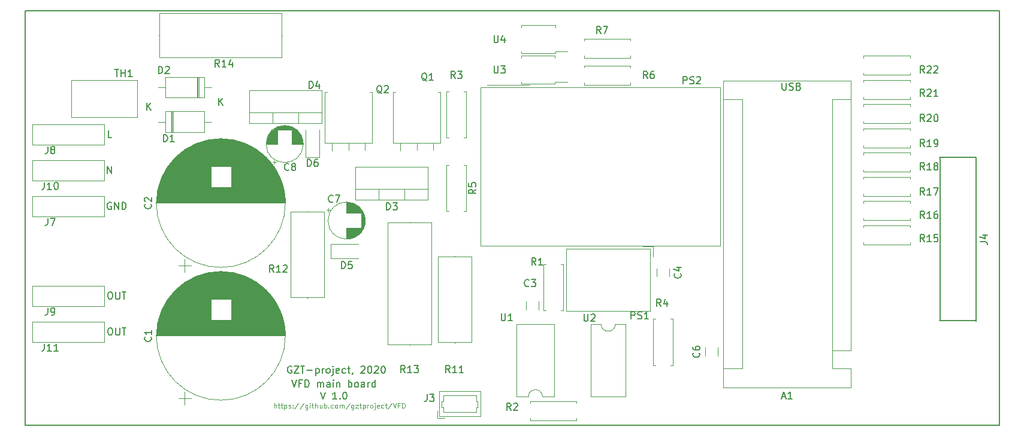
<source format=gbr>
G04 #@! TF.GenerationSoftware,KiCad,Pcbnew,5.1.5-52549c5~84~ubuntu18.04.1*
G04 #@! TF.CreationDate,2020-01-17T22:37:04+01:00*
G04 #@! TF.ProjectId,VFD,5646442e-6b69-4636-9164-5f7063625858,rev?*
G04 #@! TF.SameCoordinates,Original*
G04 #@! TF.FileFunction,Legend,Top*
G04 #@! TF.FilePolarity,Positive*
%FSLAX46Y46*%
G04 Gerber Fmt 4.6, Leading zero omitted, Abs format (unit mm)*
G04 Created by KiCad (PCBNEW 5.1.5-52549c5~84~ubuntu18.04.1) date 2020-01-17 22:37:04*
%MOMM*%
%LPD*%
G04 APERTURE LIST*
%ADD10C,0.150000*%
%ADD11C,0.125000*%
%ADD12C,0.120000*%
%ADD13C,0.170000*%
G04 APERTURE END LIST*
D10*
X74057619Y-87082380D02*
X74390952Y-88082380D01*
X74724285Y-87082380D01*
X75390952Y-87558571D02*
X75057619Y-87558571D01*
X75057619Y-88082380D02*
X75057619Y-87082380D01*
X75533809Y-87082380D01*
X75914761Y-88082380D02*
X75914761Y-87082380D01*
X76152857Y-87082380D01*
X76295714Y-87130000D01*
X76390952Y-87225238D01*
X76438571Y-87320476D01*
X76486190Y-87510952D01*
X76486190Y-87653809D01*
X76438571Y-87844285D01*
X76390952Y-87939523D01*
X76295714Y-88034761D01*
X76152857Y-88082380D01*
X75914761Y-88082380D01*
X77676666Y-88082380D02*
X77676666Y-87415714D01*
X77676666Y-87510952D02*
X77724285Y-87463333D01*
X77819523Y-87415714D01*
X77962380Y-87415714D01*
X78057619Y-87463333D01*
X78105238Y-87558571D01*
X78105238Y-88082380D01*
X78105238Y-87558571D02*
X78152857Y-87463333D01*
X78248095Y-87415714D01*
X78390952Y-87415714D01*
X78486190Y-87463333D01*
X78533809Y-87558571D01*
X78533809Y-88082380D01*
X79438571Y-88082380D02*
X79438571Y-87558571D01*
X79390952Y-87463333D01*
X79295714Y-87415714D01*
X79105238Y-87415714D01*
X79010000Y-87463333D01*
X79438571Y-88034761D02*
X79343333Y-88082380D01*
X79105238Y-88082380D01*
X79010000Y-88034761D01*
X78962380Y-87939523D01*
X78962380Y-87844285D01*
X79010000Y-87749047D01*
X79105238Y-87701428D01*
X79343333Y-87701428D01*
X79438571Y-87653809D01*
X79914761Y-88082380D02*
X79914761Y-87415714D01*
X79914761Y-87082380D02*
X79867142Y-87130000D01*
X79914761Y-87177619D01*
X79962380Y-87130000D01*
X79914761Y-87082380D01*
X79914761Y-87177619D01*
X80390952Y-87415714D02*
X80390952Y-88082380D01*
X80390952Y-87510952D02*
X80438571Y-87463333D01*
X80533809Y-87415714D01*
X80676666Y-87415714D01*
X80771904Y-87463333D01*
X80819523Y-87558571D01*
X80819523Y-88082380D01*
X82057619Y-88082380D02*
X82057619Y-87082380D01*
X82057619Y-87463333D02*
X82152857Y-87415714D01*
X82343333Y-87415714D01*
X82438571Y-87463333D01*
X82486190Y-87510952D01*
X82533809Y-87606190D01*
X82533809Y-87891904D01*
X82486190Y-87987142D01*
X82438571Y-88034761D01*
X82343333Y-88082380D01*
X82152857Y-88082380D01*
X82057619Y-88034761D01*
X83105238Y-88082380D02*
X83010000Y-88034761D01*
X82962380Y-87987142D01*
X82914761Y-87891904D01*
X82914761Y-87606190D01*
X82962380Y-87510952D01*
X83010000Y-87463333D01*
X83105238Y-87415714D01*
X83248095Y-87415714D01*
X83343333Y-87463333D01*
X83390952Y-87510952D01*
X83438571Y-87606190D01*
X83438571Y-87891904D01*
X83390952Y-87987142D01*
X83343333Y-88034761D01*
X83248095Y-88082380D01*
X83105238Y-88082380D01*
X84295714Y-88082380D02*
X84295714Y-87558571D01*
X84248095Y-87463333D01*
X84152857Y-87415714D01*
X83962380Y-87415714D01*
X83867142Y-87463333D01*
X84295714Y-88034761D02*
X84200476Y-88082380D01*
X83962380Y-88082380D01*
X83867142Y-88034761D01*
X83819523Y-87939523D01*
X83819523Y-87844285D01*
X83867142Y-87749047D01*
X83962380Y-87701428D01*
X84200476Y-87701428D01*
X84295714Y-87653809D01*
X84771904Y-88082380D02*
X84771904Y-87415714D01*
X84771904Y-87606190D02*
X84819523Y-87510952D01*
X84867142Y-87463333D01*
X84962380Y-87415714D01*
X85057619Y-87415714D01*
X85819523Y-88082380D02*
X85819523Y-87082380D01*
X85819523Y-88034761D02*
X85724285Y-88082380D01*
X85533809Y-88082380D01*
X85438571Y-88034761D01*
X85390952Y-87987142D01*
X85343333Y-87891904D01*
X85343333Y-87606190D01*
X85390952Y-87510952D01*
X85438571Y-87463333D01*
X85533809Y-87415714D01*
X85724285Y-87415714D01*
X85819523Y-87463333D01*
X173990000Y-93472000D02*
X36322000Y-93472000D01*
X173990000Y-34798000D02*
X173990000Y-93472000D01*
X36322000Y-93472000D02*
X36322000Y-34798000D01*
X48276000Y-79716380D02*
X48466476Y-79716380D01*
X48561714Y-79764000D01*
X48656952Y-79859238D01*
X48704571Y-80049714D01*
X48704571Y-80383047D01*
X48656952Y-80573523D01*
X48561714Y-80668761D01*
X48466476Y-80716380D01*
X48276000Y-80716380D01*
X48180761Y-80668761D01*
X48085523Y-80573523D01*
X48037904Y-80383047D01*
X48037904Y-80049714D01*
X48085523Y-79859238D01*
X48180761Y-79764000D01*
X48276000Y-79716380D01*
X49133142Y-79716380D02*
X49133142Y-80525904D01*
X49180761Y-80621142D01*
X49228380Y-80668761D01*
X49323619Y-80716380D01*
X49514095Y-80716380D01*
X49609333Y-80668761D01*
X49656952Y-80621142D01*
X49704571Y-80525904D01*
X49704571Y-79716380D01*
X50037904Y-79716380D02*
X50609333Y-79716380D01*
X50323619Y-80716380D02*
X50323619Y-79716380D01*
X48276000Y-74636380D02*
X48466476Y-74636380D01*
X48561714Y-74684000D01*
X48656952Y-74779238D01*
X48704571Y-74969714D01*
X48704571Y-75303047D01*
X48656952Y-75493523D01*
X48561714Y-75588761D01*
X48466476Y-75636380D01*
X48276000Y-75636380D01*
X48180761Y-75588761D01*
X48085523Y-75493523D01*
X48037904Y-75303047D01*
X48037904Y-74969714D01*
X48085523Y-74779238D01*
X48180761Y-74684000D01*
X48276000Y-74636380D01*
X49133142Y-74636380D02*
X49133142Y-75445904D01*
X49180761Y-75541142D01*
X49228380Y-75588761D01*
X49323619Y-75636380D01*
X49514095Y-75636380D01*
X49609333Y-75588761D01*
X49656952Y-75541142D01*
X49704571Y-75445904D01*
X49704571Y-74636380D01*
X50037904Y-74636380D02*
X50609333Y-74636380D01*
X50323619Y-75636380D02*
X50323619Y-74636380D01*
X48514095Y-61984000D02*
X48418857Y-61936380D01*
X48276000Y-61936380D01*
X48133142Y-61984000D01*
X48037904Y-62079238D01*
X47990285Y-62174476D01*
X47942666Y-62364952D01*
X47942666Y-62507809D01*
X47990285Y-62698285D01*
X48037904Y-62793523D01*
X48133142Y-62888761D01*
X48276000Y-62936380D01*
X48371238Y-62936380D01*
X48514095Y-62888761D01*
X48561714Y-62841142D01*
X48561714Y-62507809D01*
X48371238Y-62507809D01*
X48990285Y-62936380D02*
X48990285Y-61936380D01*
X49561714Y-62936380D01*
X49561714Y-61936380D01*
X50037904Y-62936380D02*
X50037904Y-61936380D01*
X50276000Y-61936380D01*
X50418857Y-61984000D01*
X50514095Y-62079238D01*
X50561714Y-62174476D01*
X50609333Y-62364952D01*
X50609333Y-62507809D01*
X50561714Y-62698285D01*
X50514095Y-62793523D01*
X50418857Y-62888761D01*
X50276000Y-62936380D01*
X50037904Y-62936380D01*
X47974285Y-57856380D02*
X47974285Y-56856380D01*
X48545714Y-57856380D01*
X48545714Y-56856380D01*
X48569523Y-52776380D02*
X48093333Y-52776380D01*
X48093333Y-51776380D01*
X36322000Y-34798000D02*
X173990000Y-34798000D01*
X78105238Y-88796880D02*
X78438571Y-89796880D01*
X78771904Y-88796880D01*
X80390952Y-89796880D02*
X79819523Y-89796880D01*
X80105238Y-89796880D02*
X80105238Y-88796880D01*
X80010000Y-88939738D01*
X79914761Y-89034976D01*
X79819523Y-89082595D01*
X80819523Y-89701642D02*
X80867142Y-89749261D01*
X80819523Y-89796880D01*
X80771904Y-89749261D01*
X80819523Y-89701642D01*
X80819523Y-89796880D01*
X81486190Y-88796880D02*
X81581428Y-88796880D01*
X81676666Y-88844500D01*
X81724285Y-88892119D01*
X81771904Y-88987357D01*
X81819523Y-89177833D01*
X81819523Y-89415928D01*
X81771904Y-89606404D01*
X81724285Y-89701642D01*
X81676666Y-89749261D01*
X81581428Y-89796880D01*
X81486190Y-89796880D01*
X81390952Y-89749261D01*
X81343333Y-89701642D01*
X81295714Y-89606404D01*
X81248095Y-89415928D01*
X81248095Y-89177833D01*
X81295714Y-88987357D01*
X81343333Y-88892119D01*
X81390952Y-88844500D01*
X81486190Y-88796880D01*
X73994166Y-85161500D02*
X73898928Y-85113880D01*
X73756071Y-85113880D01*
X73613214Y-85161500D01*
X73517976Y-85256738D01*
X73470357Y-85351976D01*
X73422738Y-85542452D01*
X73422738Y-85685309D01*
X73470357Y-85875785D01*
X73517976Y-85971023D01*
X73613214Y-86066261D01*
X73756071Y-86113880D01*
X73851309Y-86113880D01*
X73994166Y-86066261D01*
X74041785Y-86018642D01*
X74041785Y-85685309D01*
X73851309Y-85685309D01*
X74375119Y-85113880D02*
X75041785Y-85113880D01*
X74375119Y-86113880D01*
X75041785Y-86113880D01*
X75279880Y-85113880D02*
X75851309Y-85113880D01*
X75565595Y-86113880D02*
X75565595Y-85113880D01*
X76184642Y-85732928D02*
X76946547Y-85732928D01*
X77422738Y-85447214D02*
X77422738Y-86447214D01*
X77422738Y-85494833D02*
X77517976Y-85447214D01*
X77708452Y-85447214D01*
X77803690Y-85494833D01*
X77851309Y-85542452D01*
X77898928Y-85637690D01*
X77898928Y-85923404D01*
X77851309Y-86018642D01*
X77803690Y-86066261D01*
X77708452Y-86113880D01*
X77517976Y-86113880D01*
X77422738Y-86066261D01*
X78327500Y-86113880D02*
X78327500Y-85447214D01*
X78327500Y-85637690D02*
X78375119Y-85542452D01*
X78422738Y-85494833D01*
X78517976Y-85447214D01*
X78613214Y-85447214D01*
X79089404Y-86113880D02*
X78994166Y-86066261D01*
X78946547Y-86018642D01*
X78898928Y-85923404D01*
X78898928Y-85637690D01*
X78946547Y-85542452D01*
X78994166Y-85494833D01*
X79089404Y-85447214D01*
X79232261Y-85447214D01*
X79327500Y-85494833D01*
X79375119Y-85542452D01*
X79422738Y-85637690D01*
X79422738Y-85923404D01*
X79375119Y-86018642D01*
X79327500Y-86066261D01*
X79232261Y-86113880D01*
X79089404Y-86113880D01*
X79851309Y-85447214D02*
X79851309Y-86304357D01*
X79803690Y-86399595D01*
X79708452Y-86447214D01*
X79660833Y-86447214D01*
X79851309Y-85113880D02*
X79803690Y-85161500D01*
X79851309Y-85209119D01*
X79898928Y-85161500D01*
X79851309Y-85113880D01*
X79851309Y-85209119D01*
X80708452Y-86066261D02*
X80613214Y-86113880D01*
X80422738Y-86113880D01*
X80327500Y-86066261D01*
X80279880Y-85971023D01*
X80279880Y-85590071D01*
X80327500Y-85494833D01*
X80422738Y-85447214D01*
X80613214Y-85447214D01*
X80708452Y-85494833D01*
X80756071Y-85590071D01*
X80756071Y-85685309D01*
X80279880Y-85780547D01*
X81613214Y-86066261D02*
X81517976Y-86113880D01*
X81327500Y-86113880D01*
X81232261Y-86066261D01*
X81184642Y-86018642D01*
X81137023Y-85923404D01*
X81137023Y-85637690D01*
X81184642Y-85542452D01*
X81232261Y-85494833D01*
X81327500Y-85447214D01*
X81517976Y-85447214D01*
X81613214Y-85494833D01*
X81898928Y-85447214D02*
X82279880Y-85447214D01*
X82041785Y-85113880D02*
X82041785Y-85971023D01*
X82089404Y-86066261D01*
X82184642Y-86113880D01*
X82279880Y-86113880D01*
X82660833Y-86066261D02*
X82660833Y-86113880D01*
X82613214Y-86209119D01*
X82565595Y-86256738D01*
X83803690Y-85209119D02*
X83851309Y-85161500D01*
X83946547Y-85113880D01*
X84184642Y-85113880D01*
X84279880Y-85161500D01*
X84327500Y-85209119D01*
X84375119Y-85304357D01*
X84375119Y-85399595D01*
X84327500Y-85542452D01*
X83756071Y-86113880D01*
X84375119Y-86113880D01*
X84994166Y-85113880D02*
X85089404Y-85113880D01*
X85184642Y-85161500D01*
X85232261Y-85209119D01*
X85279880Y-85304357D01*
X85327500Y-85494833D01*
X85327500Y-85732928D01*
X85279880Y-85923404D01*
X85232261Y-86018642D01*
X85184642Y-86066261D01*
X85089404Y-86113880D01*
X84994166Y-86113880D01*
X84898928Y-86066261D01*
X84851309Y-86018642D01*
X84803690Y-85923404D01*
X84756071Y-85732928D01*
X84756071Y-85494833D01*
X84803690Y-85304357D01*
X84851309Y-85209119D01*
X84898928Y-85161500D01*
X84994166Y-85113880D01*
X85708452Y-85209119D02*
X85756071Y-85161500D01*
X85851309Y-85113880D01*
X86089404Y-85113880D01*
X86184642Y-85161500D01*
X86232261Y-85209119D01*
X86279880Y-85304357D01*
X86279880Y-85399595D01*
X86232261Y-85542452D01*
X85660833Y-86113880D01*
X86279880Y-86113880D01*
X86898928Y-85113880D02*
X86994166Y-85113880D01*
X87089404Y-85161500D01*
X87137023Y-85209119D01*
X87184642Y-85304357D01*
X87232261Y-85494833D01*
X87232261Y-85732928D01*
X87184642Y-85923404D01*
X87137023Y-86018642D01*
X87089404Y-86066261D01*
X86994166Y-86113880D01*
X86898928Y-86113880D01*
X86803690Y-86066261D01*
X86756071Y-86018642D01*
X86708452Y-85923404D01*
X86660833Y-85732928D01*
X86660833Y-85494833D01*
X86708452Y-85304357D01*
X86756071Y-85209119D01*
X86803690Y-85161500D01*
X86898928Y-85113880D01*
D11*
X71538666Y-91058166D02*
X71538666Y-90358166D01*
X71838666Y-91058166D02*
X71838666Y-90691500D01*
X71805333Y-90624833D01*
X71738666Y-90591500D01*
X71638666Y-90591500D01*
X71572000Y-90624833D01*
X71538666Y-90658166D01*
X72072000Y-90591500D02*
X72338666Y-90591500D01*
X72172000Y-90358166D02*
X72172000Y-90958166D01*
X72205333Y-91024833D01*
X72272000Y-91058166D01*
X72338666Y-91058166D01*
X72472000Y-90591500D02*
X72738666Y-90591500D01*
X72572000Y-90358166D02*
X72572000Y-90958166D01*
X72605333Y-91024833D01*
X72672000Y-91058166D01*
X72738666Y-91058166D01*
X72972000Y-90591500D02*
X72972000Y-91291500D01*
X72972000Y-90624833D02*
X73038666Y-90591500D01*
X73172000Y-90591500D01*
X73238666Y-90624833D01*
X73272000Y-90658166D01*
X73305333Y-90724833D01*
X73305333Y-90924833D01*
X73272000Y-90991500D01*
X73238666Y-91024833D01*
X73172000Y-91058166D01*
X73038666Y-91058166D01*
X72972000Y-91024833D01*
X73572000Y-91024833D02*
X73638666Y-91058166D01*
X73772000Y-91058166D01*
X73838666Y-91024833D01*
X73872000Y-90958166D01*
X73872000Y-90924833D01*
X73838666Y-90858166D01*
X73772000Y-90824833D01*
X73672000Y-90824833D01*
X73605333Y-90791500D01*
X73572000Y-90724833D01*
X73572000Y-90691500D01*
X73605333Y-90624833D01*
X73672000Y-90591500D01*
X73772000Y-90591500D01*
X73838666Y-90624833D01*
X74172000Y-90991500D02*
X74205333Y-91024833D01*
X74172000Y-91058166D01*
X74138666Y-91024833D01*
X74172000Y-90991500D01*
X74172000Y-91058166D01*
X74172000Y-90624833D02*
X74205333Y-90658166D01*
X74172000Y-90691500D01*
X74138666Y-90658166D01*
X74172000Y-90624833D01*
X74172000Y-90691500D01*
X75005333Y-90324833D02*
X74405333Y-91224833D01*
X75738666Y-90324833D02*
X75138666Y-91224833D01*
X76272000Y-90591500D02*
X76272000Y-91158166D01*
X76238666Y-91224833D01*
X76205333Y-91258166D01*
X76138666Y-91291500D01*
X76038666Y-91291500D01*
X75972000Y-91258166D01*
X76272000Y-91024833D02*
X76205333Y-91058166D01*
X76072000Y-91058166D01*
X76005333Y-91024833D01*
X75972000Y-90991500D01*
X75938666Y-90924833D01*
X75938666Y-90724833D01*
X75972000Y-90658166D01*
X76005333Y-90624833D01*
X76072000Y-90591500D01*
X76205333Y-90591500D01*
X76272000Y-90624833D01*
X76605333Y-91058166D02*
X76605333Y-90591500D01*
X76605333Y-90358166D02*
X76572000Y-90391500D01*
X76605333Y-90424833D01*
X76638666Y-90391500D01*
X76605333Y-90358166D01*
X76605333Y-90424833D01*
X76838666Y-90591500D02*
X77105333Y-90591500D01*
X76938666Y-90358166D02*
X76938666Y-90958166D01*
X76972000Y-91024833D01*
X77038666Y-91058166D01*
X77105333Y-91058166D01*
X77338666Y-91058166D02*
X77338666Y-90358166D01*
X77638666Y-91058166D02*
X77638666Y-90691500D01*
X77605333Y-90624833D01*
X77538666Y-90591500D01*
X77438666Y-90591500D01*
X77372000Y-90624833D01*
X77338666Y-90658166D01*
X78272000Y-90591500D02*
X78272000Y-91058166D01*
X77972000Y-90591500D02*
X77972000Y-90958166D01*
X78005333Y-91024833D01*
X78072000Y-91058166D01*
X78172000Y-91058166D01*
X78238666Y-91024833D01*
X78272000Y-90991500D01*
X78605333Y-91058166D02*
X78605333Y-90358166D01*
X78605333Y-90624833D02*
X78672000Y-90591500D01*
X78805333Y-90591500D01*
X78872000Y-90624833D01*
X78905333Y-90658166D01*
X78938666Y-90724833D01*
X78938666Y-90924833D01*
X78905333Y-90991500D01*
X78872000Y-91024833D01*
X78805333Y-91058166D01*
X78672000Y-91058166D01*
X78605333Y-91024833D01*
X79238666Y-90991500D02*
X79272000Y-91024833D01*
X79238666Y-91058166D01*
X79205333Y-91024833D01*
X79238666Y-90991500D01*
X79238666Y-91058166D01*
X79872000Y-91024833D02*
X79805333Y-91058166D01*
X79672000Y-91058166D01*
X79605333Y-91024833D01*
X79572000Y-90991500D01*
X79538666Y-90924833D01*
X79538666Y-90724833D01*
X79572000Y-90658166D01*
X79605333Y-90624833D01*
X79672000Y-90591500D01*
X79805333Y-90591500D01*
X79872000Y-90624833D01*
X80272000Y-91058166D02*
X80205333Y-91024833D01*
X80172000Y-90991500D01*
X80138666Y-90924833D01*
X80138666Y-90724833D01*
X80172000Y-90658166D01*
X80205333Y-90624833D01*
X80272000Y-90591500D01*
X80372000Y-90591500D01*
X80438666Y-90624833D01*
X80472000Y-90658166D01*
X80505333Y-90724833D01*
X80505333Y-90924833D01*
X80472000Y-90991500D01*
X80438666Y-91024833D01*
X80372000Y-91058166D01*
X80272000Y-91058166D01*
X80805333Y-91058166D02*
X80805333Y-90591500D01*
X80805333Y-90658166D02*
X80838666Y-90624833D01*
X80905333Y-90591500D01*
X81005333Y-90591500D01*
X81072000Y-90624833D01*
X81105333Y-90691500D01*
X81105333Y-91058166D01*
X81105333Y-90691500D02*
X81138666Y-90624833D01*
X81205333Y-90591500D01*
X81305333Y-90591500D01*
X81372000Y-90624833D01*
X81405333Y-90691500D01*
X81405333Y-91058166D01*
X82238666Y-90324833D02*
X81638666Y-91224833D01*
X82772000Y-90591500D02*
X82772000Y-91158166D01*
X82738666Y-91224833D01*
X82705333Y-91258166D01*
X82638666Y-91291500D01*
X82538666Y-91291500D01*
X82472000Y-91258166D01*
X82772000Y-91024833D02*
X82705333Y-91058166D01*
X82572000Y-91058166D01*
X82505333Y-91024833D01*
X82472000Y-90991500D01*
X82438666Y-90924833D01*
X82438666Y-90724833D01*
X82472000Y-90658166D01*
X82505333Y-90624833D01*
X82572000Y-90591500D01*
X82705333Y-90591500D01*
X82772000Y-90624833D01*
X83038666Y-90591500D02*
X83405333Y-90591500D01*
X83038666Y-91058166D01*
X83405333Y-91058166D01*
X83572000Y-90591500D02*
X83838666Y-90591500D01*
X83672000Y-90358166D02*
X83672000Y-90958166D01*
X83705333Y-91024833D01*
X83772000Y-91058166D01*
X83838666Y-91058166D01*
X84072000Y-90591500D02*
X84072000Y-91291500D01*
X84072000Y-90624833D02*
X84138666Y-90591500D01*
X84272000Y-90591500D01*
X84338666Y-90624833D01*
X84372000Y-90658166D01*
X84405333Y-90724833D01*
X84405333Y-90924833D01*
X84372000Y-90991500D01*
X84338666Y-91024833D01*
X84272000Y-91058166D01*
X84138666Y-91058166D01*
X84072000Y-91024833D01*
X84705333Y-91058166D02*
X84705333Y-90591500D01*
X84705333Y-90724833D02*
X84738666Y-90658166D01*
X84772000Y-90624833D01*
X84838666Y-90591500D01*
X84905333Y-90591500D01*
X85238666Y-91058166D02*
X85172000Y-91024833D01*
X85138666Y-90991500D01*
X85105333Y-90924833D01*
X85105333Y-90724833D01*
X85138666Y-90658166D01*
X85172000Y-90624833D01*
X85238666Y-90591500D01*
X85338666Y-90591500D01*
X85405333Y-90624833D01*
X85438666Y-90658166D01*
X85472000Y-90724833D01*
X85472000Y-90924833D01*
X85438666Y-90991500D01*
X85405333Y-91024833D01*
X85338666Y-91058166D01*
X85238666Y-91058166D01*
X85772000Y-90591500D02*
X85772000Y-91191500D01*
X85738666Y-91258166D01*
X85672000Y-91291500D01*
X85638666Y-91291500D01*
X85772000Y-90358166D02*
X85738666Y-90391500D01*
X85772000Y-90424833D01*
X85805333Y-90391500D01*
X85772000Y-90358166D01*
X85772000Y-90424833D01*
X86372000Y-91024833D02*
X86305333Y-91058166D01*
X86172000Y-91058166D01*
X86105333Y-91024833D01*
X86072000Y-90958166D01*
X86072000Y-90691500D01*
X86105333Y-90624833D01*
X86172000Y-90591500D01*
X86305333Y-90591500D01*
X86372000Y-90624833D01*
X86405333Y-90691500D01*
X86405333Y-90758166D01*
X86072000Y-90824833D01*
X87005333Y-91024833D02*
X86938666Y-91058166D01*
X86805333Y-91058166D01*
X86738666Y-91024833D01*
X86705333Y-90991500D01*
X86672000Y-90924833D01*
X86672000Y-90724833D01*
X86705333Y-90658166D01*
X86738666Y-90624833D01*
X86805333Y-90591500D01*
X86938666Y-90591500D01*
X87005333Y-90624833D01*
X87205333Y-90591500D02*
X87472000Y-90591500D01*
X87305333Y-90358166D02*
X87305333Y-90958166D01*
X87338666Y-91024833D01*
X87405333Y-91058166D01*
X87472000Y-91058166D01*
X88205333Y-90324833D02*
X87605333Y-91224833D01*
X88338666Y-90358166D02*
X88572000Y-91058166D01*
X88805333Y-90358166D01*
X89272000Y-90691500D02*
X89038666Y-90691500D01*
X89038666Y-91058166D02*
X89038666Y-90358166D01*
X89372000Y-90358166D01*
X89638666Y-91058166D02*
X89638666Y-90358166D01*
X89805333Y-90358166D01*
X89905333Y-90391500D01*
X89972000Y-90458166D01*
X90005333Y-90524833D01*
X90038666Y-90658166D01*
X90038666Y-90758166D01*
X90005333Y-90891500D01*
X89972000Y-90958166D01*
X89905333Y-91024833D01*
X89805333Y-91058166D01*
X89638666Y-91058166D01*
D10*
X143327595Y-45045380D02*
X143327595Y-45854904D01*
X143375214Y-45950142D01*
X143422833Y-45997761D01*
X143518071Y-46045380D01*
X143708547Y-46045380D01*
X143803785Y-45997761D01*
X143851404Y-45950142D01*
X143899023Y-45854904D01*
X143899023Y-45045380D01*
X144327595Y-45997761D02*
X144470452Y-46045380D01*
X144708547Y-46045380D01*
X144803785Y-45997761D01*
X144851404Y-45950142D01*
X144899023Y-45854904D01*
X144899023Y-45759666D01*
X144851404Y-45664428D01*
X144803785Y-45616809D01*
X144708547Y-45569190D01*
X144518071Y-45521571D01*
X144422833Y-45473952D01*
X144375214Y-45426333D01*
X144327595Y-45331095D01*
X144327595Y-45235857D01*
X144375214Y-45140619D01*
X144422833Y-45093000D01*
X144518071Y-45045380D01*
X144756166Y-45045380D01*
X144899023Y-45093000D01*
X145660928Y-45521571D02*
X145803785Y-45569190D01*
X145851404Y-45616809D01*
X145899023Y-45712047D01*
X145899023Y-45854904D01*
X145851404Y-45950142D01*
X145803785Y-45997761D01*
X145708547Y-46045380D01*
X145327595Y-46045380D01*
X145327595Y-45045380D01*
X145660928Y-45045380D01*
X145756166Y-45093000D01*
X145803785Y-45140619D01*
X145851404Y-45235857D01*
X145851404Y-45331095D01*
X145803785Y-45426333D01*
X145756166Y-45473952D01*
X145660928Y-45521571D01*
X145327595Y-45521571D01*
D12*
X71301000Y-50753000D02*
X71301000Y-49243000D01*
X75002000Y-50753000D02*
X75002000Y-49243000D01*
X78272000Y-49243000D02*
X68032000Y-49243000D01*
X68032000Y-50753000D02*
X68032000Y-46112000D01*
X78272000Y-50753000D02*
X78272000Y-46112000D01*
X78272000Y-46112000D02*
X68032000Y-46112000D01*
X78272000Y-50753000D02*
X68032000Y-50753000D01*
X100662000Y-68096000D02*
X100662000Y-45656000D01*
X134602000Y-45656000D02*
X134602000Y-68096000D01*
X100662000Y-45656000D02*
X134602000Y-45656000D01*
X100662000Y-68096000D02*
X134602000Y-68096000D01*
X101632000Y-45326000D02*
X107632000Y-45326000D01*
X107728000Y-90070000D02*
X107728000Y-90400000D01*
X114268000Y-90070000D02*
X107728000Y-90070000D01*
X114268000Y-90400000D02*
X114268000Y-90070000D01*
X107728000Y-92810000D02*
X107728000Y-92480000D01*
X114268000Y-92810000D02*
X107728000Y-92810000D01*
X114268000Y-92480000D02*
X114268000Y-92810000D01*
X75962000Y-55590000D02*
X75962000Y-51690000D01*
X77962000Y-55590000D02*
X77962000Y-51690000D01*
X75962000Y-55590000D02*
X77962000Y-55590000D01*
X161385000Y-50773000D02*
X161385000Y-50443000D01*
X154845000Y-50773000D02*
X161385000Y-50773000D01*
X154845000Y-50443000D02*
X154845000Y-50773000D01*
X161385000Y-48033000D02*
X161385000Y-48363000D01*
X154845000Y-48033000D02*
X161385000Y-48033000D01*
X154845000Y-48363000D02*
X154845000Y-48033000D01*
X161385000Y-54202000D02*
X161385000Y-53872000D01*
X154845000Y-54202000D02*
X161385000Y-54202000D01*
X154845000Y-53872000D02*
X154845000Y-54202000D01*
X161385000Y-51462000D02*
X161385000Y-51792000D01*
X154845000Y-51462000D02*
X161385000Y-51462000D01*
X154845000Y-51792000D02*
X154845000Y-51462000D01*
X161385000Y-47344000D02*
X161385000Y-47014000D01*
X154845000Y-47344000D02*
X161385000Y-47344000D01*
X154845000Y-47014000D02*
X154845000Y-47344000D01*
X161385000Y-44604000D02*
X161385000Y-44934000D01*
X154845000Y-44604000D02*
X161385000Y-44604000D01*
X154845000Y-44934000D02*
X154845000Y-44604000D01*
X161385000Y-43915000D02*
X161385000Y-43585000D01*
X154845000Y-43915000D02*
X161385000Y-43915000D01*
X154845000Y-43585000D02*
X154845000Y-43915000D01*
X161385000Y-41175000D02*
X161385000Y-41505000D01*
X154845000Y-41175000D02*
X161385000Y-41175000D01*
X154845000Y-41505000D02*
X154845000Y-41175000D01*
X111302500Y-40562000D02*
X113002500Y-40562000D01*
X106502500Y-37162000D02*
X106502500Y-36862000D01*
X106502500Y-36862000D02*
X111302500Y-36862000D01*
X111302500Y-36862000D02*
X111302500Y-37162000D01*
X111302500Y-40562000D02*
X111302500Y-40862000D01*
X111302500Y-40862000D02*
X106502500Y-40862000D01*
X106502500Y-40862000D02*
X106502500Y-40562000D01*
X37338000Y-73784000D02*
X47498000Y-73784000D01*
X47498000Y-73784000D02*
X47498000Y-76634000D01*
X37338000Y-73784000D02*
X37338000Y-76634000D01*
X37338000Y-76634000D02*
X47498000Y-76634000D01*
X37338000Y-56004000D02*
X47498000Y-56004000D01*
X47498000Y-56004000D02*
X47498000Y-58854000D01*
X37338000Y-56004000D02*
X37338000Y-58854000D01*
X37338000Y-58854000D02*
X47498000Y-58854000D01*
X111239000Y-44880000D02*
X112939000Y-44880000D01*
X106439000Y-41480000D02*
X106439000Y-41180000D01*
X106439000Y-41180000D02*
X111239000Y-41180000D01*
X111239000Y-41180000D02*
X111239000Y-41480000D01*
X111239000Y-44880000D02*
X111239000Y-45180000D01*
X111239000Y-45180000D02*
X106439000Y-45180000D01*
X106439000Y-45180000D02*
X106439000Y-44880000D01*
X94620000Y-92457000D02*
X95620000Y-92457000D01*
X94620000Y-92457000D02*
X94620000Y-91457000D01*
X100120000Y-89257000D02*
X97770000Y-89257000D01*
X100120000Y-90132000D02*
X100120000Y-89257000D01*
X100320000Y-90132000D02*
X100120000Y-90132000D01*
X100320000Y-90932000D02*
X100320000Y-90132000D01*
X100120000Y-90932000D02*
X100320000Y-90932000D01*
X100120000Y-91657000D02*
X100120000Y-90932000D01*
X97770000Y-91657000D02*
X100120000Y-91657000D01*
X95420000Y-89257000D02*
X97770000Y-89257000D01*
X95420000Y-90132000D02*
X95420000Y-89257000D01*
X95220000Y-90132000D02*
X95420000Y-90132000D01*
X95220000Y-90932000D02*
X95220000Y-90132000D01*
X95420000Y-90932000D02*
X95220000Y-90932000D01*
X95420000Y-91657000D02*
X95420000Y-90932000D01*
X97770000Y-91657000D02*
X95420000Y-91657000D01*
X100670000Y-88707000D02*
X94870000Y-88707000D01*
X100670000Y-92207000D02*
X100670000Y-88707000D01*
X94870000Y-92207000D02*
X100670000Y-92207000D01*
X94870000Y-88707000D02*
X94870000Y-92207000D01*
X161385000Y-57631000D02*
X161385000Y-57301000D01*
X154845000Y-57631000D02*
X161385000Y-57631000D01*
X154845000Y-57301000D02*
X154845000Y-57631000D01*
X161385000Y-54891000D02*
X161385000Y-55221000D01*
X154845000Y-54891000D02*
X161385000Y-54891000D01*
X154845000Y-55221000D02*
X154845000Y-54891000D01*
X134998000Y-88141000D02*
X153038000Y-88141000D01*
X134998000Y-44701000D02*
X134998000Y-88141000D01*
X153038000Y-44701000D02*
X134998000Y-44701000D01*
X150368000Y-47371000D02*
X153038000Y-47371000D01*
X150368000Y-82931000D02*
X150368000Y-47371000D01*
X150368000Y-82931000D02*
X153038000Y-82931000D01*
X137668000Y-47371000D02*
X134998000Y-47371000D01*
X137668000Y-85471000D02*
X137668000Y-47371000D01*
X137668000Y-85471000D02*
X134998000Y-85471000D01*
X153038000Y-88141000D02*
X153038000Y-85471000D01*
X153038000Y-82931000D02*
X153038000Y-44701000D01*
X150368000Y-85471000D02*
X153038000Y-85471000D01*
X150368000Y-82931000D02*
X150368000Y-85471000D01*
X161385000Y-61060000D02*
X161385000Y-60730000D01*
X154845000Y-61060000D02*
X161385000Y-61060000D01*
X154845000Y-60730000D02*
X154845000Y-61060000D01*
X161385000Y-58320000D02*
X161385000Y-58650000D01*
X154845000Y-58320000D02*
X161385000Y-58320000D01*
X154845000Y-58650000D02*
X154845000Y-58320000D01*
X125055000Y-68175500D02*
X123615000Y-68175500D01*
X125055000Y-69615500D02*
X125055000Y-68175500D01*
X112835000Y-77295500D02*
X112835000Y-68555500D01*
X124675000Y-77295500D02*
X124675000Y-68555500D01*
X124675000Y-68555500D02*
X112835000Y-68555500D01*
X124675000Y-77295500D02*
X112835000Y-77295500D01*
D10*
X165608000Y-78613000D02*
X165608000Y-55626000D01*
X170688000Y-55626000D02*
X170688000Y-78740000D01*
D13*
X165548000Y-55595500D02*
X170748000Y-55595500D01*
X165548000Y-78670500D02*
X170748000Y-78670500D01*
D12*
X86287000Y-61548000D02*
X86287000Y-60038000D01*
X89988000Y-61548000D02*
X89988000Y-60038000D01*
X93258000Y-60038000D02*
X83018000Y-60038000D01*
X83018000Y-61548000D02*
X83018000Y-56907000D01*
X93258000Y-61548000D02*
X93258000Y-56907000D01*
X93258000Y-56907000D02*
X83018000Y-56907000D01*
X93258000Y-61548000D02*
X83018000Y-61548000D01*
X93994000Y-53567333D02*
X93994000Y-54581333D01*
X91694000Y-53567333D02*
X91694000Y-54581333D01*
X89394000Y-53567333D02*
X89394000Y-54597333D01*
X95064000Y-46327333D02*
X95064000Y-53567333D01*
X88323000Y-46327333D02*
X88323000Y-53567333D01*
X94695000Y-46327333D02*
X95064000Y-46327333D01*
X88323000Y-46327333D02*
X88693000Y-46327333D01*
X88323000Y-53567333D02*
X95064000Y-53567333D01*
X112368000Y-70707500D02*
X112038000Y-70707500D01*
X112368000Y-77247500D02*
X112368000Y-70707500D01*
X112038000Y-77247500D02*
X112368000Y-77247500D01*
X109628000Y-70707500D02*
X109958000Y-70707500D01*
X109628000Y-77247500D02*
X109628000Y-70707500D01*
X109958000Y-77247500D02*
X109628000Y-77247500D01*
X98652000Y-46260000D02*
X98322000Y-46260000D01*
X98652000Y-52800000D02*
X98652000Y-46260000D01*
X98322000Y-52800000D02*
X98652000Y-52800000D01*
X95912000Y-46260000D02*
X96242000Y-46260000D01*
X95912000Y-52800000D02*
X95912000Y-46260000D01*
X96242000Y-52800000D02*
X95912000Y-52800000D01*
X127862000Y-78454500D02*
X127532000Y-78454500D01*
X127862000Y-84994500D02*
X127862000Y-78454500D01*
X127532000Y-84994500D02*
X127862000Y-84994500D01*
X125122000Y-78454500D02*
X125452000Y-78454500D01*
X125122000Y-84994500D02*
X125122000Y-78454500D01*
X125452000Y-84994500D02*
X125122000Y-84994500D01*
X95912000Y-63214000D02*
X96242000Y-63214000D01*
X95912000Y-56674000D02*
X95912000Y-63214000D01*
X96242000Y-56674000D02*
X95912000Y-56674000D01*
X98652000Y-63214000D02*
X98322000Y-63214000D01*
X98652000Y-56674000D02*
X98652000Y-63214000D01*
X98322000Y-56674000D02*
X98652000Y-56674000D01*
X115348000Y-42572000D02*
X115348000Y-42902000D01*
X121888000Y-42572000D02*
X115348000Y-42572000D01*
X121888000Y-42902000D02*
X121888000Y-42572000D01*
X115348000Y-45312000D02*
X115348000Y-44982000D01*
X121888000Y-45312000D02*
X115348000Y-45312000D01*
X121888000Y-44982000D02*
X121888000Y-45312000D01*
X115348000Y-38762000D02*
X115348000Y-39092000D01*
X121888000Y-38762000D02*
X115348000Y-38762000D01*
X121888000Y-39092000D02*
X121888000Y-38762000D01*
X115348000Y-41502000D02*
X115348000Y-41172000D01*
X121888000Y-41502000D02*
X115348000Y-41502000D01*
X121888000Y-41172000D02*
X121888000Y-41502000D01*
X97028000Y-69512000D02*
X97028000Y-69622000D01*
X97028000Y-81872000D02*
X97028000Y-81762000D01*
X94658000Y-69622000D02*
X94658000Y-81762000D01*
X99398000Y-69622000D02*
X94658000Y-69622000D01*
X99398000Y-81762000D02*
X99398000Y-69622000D01*
X94658000Y-81762000D02*
X99398000Y-81762000D01*
X76200000Y-75522000D02*
X76200000Y-75412000D01*
X76200000Y-63162000D02*
X76200000Y-63272000D01*
X78570000Y-75412000D02*
X78570000Y-63272000D01*
X73830000Y-75412000D02*
X78570000Y-75412000D01*
X73830000Y-63272000D02*
X73830000Y-75412000D01*
X78570000Y-63272000D02*
X73830000Y-63272000D01*
X90678000Y-82126000D02*
X90678000Y-82026000D01*
X90678000Y-64686000D02*
X90678000Y-64786000D01*
X93798000Y-82026000D02*
X93798000Y-64786000D01*
X87558000Y-82026000D02*
X93798000Y-82026000D01*
X87558000Y-64786000D02*
X87558000Y-82026000D01*
X93798000Y-64786000D02*
X87558000Y-64786000D01*
X55224500Y-38290500D02*
X55324500Y-38290500D01*
X72664500Y-38290500D02*
X72564500Y-38290500D01*
X55324500Y-41410500D02*
X72564500Y-41410500D01*
X55324500Y-35170500D02*
X55324500Y-41410500D01*
X72564500Y-35170500D02*
X55324500Y-35170500D01*
X72564500Y-41410500D02*
X72564500Y-35170500D01*
X42918000Y-49864000D02*
X42918000Y-44624000D01*
X52158000Y-49864000D02*
X52158000Y-44624000D01*
X52158000Y-44624000D02*
X42918000Y-44624000D01*
X52158000Y-49864000D02*
X42918000Y-49864000D01*
X73128000Y-80832000D02*
G75*
G03X73128000Y-80832000I-9120000J0D01*
G01*
X54927000Y-80832000D02*
X73089000Y-80832000D01*
X54928000Y-80792000D02*
X73088000Y-80792000D01*
X54928000Y-80752000D02*
X73088000Y-80752000D01*
X54928000Y-80712000D02*
X73088000Y-80712000D01*
X54929000Y-80672000D02*
X73087000Y-80672000D01*
X54930000Y-80632000D02*
X73086000Y-80632000D01*
X54931000Y-80592000D02*
X73085000Y-80592000D01*
X54932000Y-80552000D02*
X73084000Y-80552000D01*
X54933000Y-80512000D02*
X73083000Y-80512000D01*
X54935000Y-80472000D02*
X73081000Y-80472000D01*
X54936000Y-80432000D02*
X73080000Y-80432000D01*
X54938000Y-80392000D02*
X73078000Y-80392000D01*
X54940000Y-80352000D02*
X73076000Y-80352000D01*
X54942000Y-80312000D02*
X73074000Y-80312000D01*
X54945000Y-80272000D02*
X73071000Y-80272000D01*
X54947000Y-80232000D02*
X73069000Y-80232000D01*
X54950000Y-80192000D02*
X73066000Y-80192000D01*
X54953000Y-80152000D02*
X73063000Y-80152000D01*
X54956000Y-80111000D02*
X73060000Y-80111000D01*
X54959000Y-80071000D02*
X73057000Y-80071000D01*
X54963000Y-80031000D02*
X73053000Y-80031000D01*
X54966000Y-79991000D02*
X73050000Y-79991000D01*
X54970000Y-79951000D02*
X73046000Y-79951000D01*
X54974000Y-79911000D02*
X73042000Y-79911000D01*
X54978000Y-79871000D02*
X73038000Y-79871000D01*
X54982000Y-79831000D02*
X73034000Y-79831000D01*
X54987000Y-79791000D02*
X73029000Y-79791000D01*
X54992000Y-79751000D02*
X73024000Y-79751000D01*
X54997000Y-79711000D02*
X73019000Y-79711000D01*
X55002000Y-79671000D02*
X73014000Y-79671000D01*
X55007000Y-79631000D02*
X73009000Y-79631000D01*
X55012000Y-79591000D02*
X73004000Y-79591000D01*
X55018000Y-79551000D02*
X72998000Y-79551000D01*
X55024000Y-79511000D02*
X72992000Y-79511000D01*
X55029000Y-79471000D02*
X72987000Y-79471000D01*
X55036000Y-79431000D02*
X72980000Y-79431000D01*
X55042000Y-79391000D02*
X72974000Y-79391000D01*
X55048000Y-79351000D02*
X72968000Y-79351000D01*
X55055000Y-79311000D02*
X72961000Y-79311000D01*
X55062000Y-79271000D02*
X72954000Y-79271000D01*
X55069000Y-79231000D02*
X72947000Y-79231000D01*
X55076000Y-79191000D02*
X72940000Y-79191000D01*
X55084000Y-79151000D02*
X72932000Y-79151000D01*
X55091000Y-79111000D02*
X72925000Y-79111000D01*
X55099000Y-79071000D02*
X72917000Y-79071000D01*
X55107000Y-79031000D02*
X72909000Y-79031000D01*
X55115000Y-78991000D02*
X72901000Y-78991000D01*
X55123000Y-78951000D02*
X72893000Y-78951000D01*
X55132000Y-78911000D02*
X72884000Y-78911000D01*
X55141000Y-78871000D02*
X72875000Y-78871000D01*
X55150000Y-78831000D02*
X72866000Y-78831000D01*
X55159000Y-78791000D02*
X72857000Y-78791000D01*
X55168000Y-78751000D02*
X72848000Y-78751000D01*
X55177000Y-78711000D02*
X72839000Y-78711000D01*
X55187000Y-78671000D02*
X72829000Y-78671000D01*
X55197000Y-78631000D02*
X72819000Y-78631000D01*
X55207000Y-78591000D02*
X72809000Y-78591000D01*
X55217000Y-78551000D02*
X72799000Y-78551000D01*
X55228000Y-78511000D02*
X62568000Y-78511000D01*
X65448000Y-78511000D02*
X72788000Y-78511000D01*
X55238000Y-78471000D02*
X62568000Y-78471000D01*
X65448000Y-78471000D02*
X72778000Y-78471000D01*
X55249000Y-78431000D02*
X62568000Y-78431000D01*
X65448000Y-78431000D02*
X72767000Y-78431000D01*
X55260000Y-78391000D02*
X62568000Y-78391000D01*
X65448000Y-78391000D02*
X72756000Y-78391000D01*
X55271000Y-78351000D02*
X62568000Y-78351000D01*
X65448000Y-78351000D02*
X72745000Y-78351000D01*
X55283000Y-78311000D02*
X62568000Y-78311000D01*
X65448000Y-78311000D02*
X72733000Y-78311000D01*
X55294000Y-78271000D02*
X62568000Y-78271000D01*
X65448000Y-78271000D02*
X72722000Y-78271000D01*
X55306000Y-78231000D02*
X62568000Y-78231000D01*
X65448000Y-78231000D02*
X72710000Y-78231000D01*
X55318000Y-78191000D02*
X62568000Y-78191000D01*
X65448000Y-78191000D02*
X72698000Y-78191000D01*
X55330000Y-78151000D02*
X62568000Y-78151000D01*
X65448000Y-78151000D02*
X72686000Y-78151000D01*
X55343000Y-78111000D02*
X62568000Y-78111000D01*
X65448000Y-78111000D02*
X72673000Y-78111000D01*
X55355000Y-78071000D02*
X62568000Y-78071000D01*
X65448000Y-78071000D02*
X72661000Y-78071000D01*
X55368000Y-78031000D02*
X62568000Y-78031000D01*
X65448000Y-78031000D02*
X72648000Y-78031000D01*
X55381000Y-77991000D02*
X62568000Y-77991000D01*
X65448000Y-77991000D02*
X72635000Y-77991000D01*
X55394000Y-77951000D02*
X62568000Y-77951000D01*
X65448000Y-77951000D02*
X72622000Y-77951000D01*
X55408000Y-77911000D02*
X62568000Y-77911000D01*
X65448000Y-77911000D02*
X72608000Y-77911000D01*
X55421000Y-77871000D02*
X62568000Y-77871000D01*
X65448000Y-77871000D02*
X72595000Y-77871000D01*
X55435000Y-77831000D02*
X62568000Y-77831000D01*
X65448000Y-77831000D02*
X72581000Y-77831000D01*
X55449000Y-77791000D02*
X62568000Y-77791000D01*
X65448000Y-77791000D02*
X72567000Y-77791000D01*
X55463000Y-77751000D02*
X62568000Y-77751000D01*
X65448000Y-77751000D02*
X72553000Y-77751000D01*
X55478000Y-77711000D02*
X62568000Y-77711000D01*
X65448000Y-77711000D02*
X72538000Y-77711000D01*
X55492000Y-77671000D02*
X62568000Y-77671000D01*
X65448000Y-77671000D02*
X72524000Y-77671000D01*
X55507000Y-77631000D02*
X62568000Y-77631000D01*
X65448000Y-77631000D02*
X72509000Y-77631000D01*
X55522000Y-77591000D02*
X62568000Y-77591000D01*
X65448000Y-77591000D02*
X72494000Y-77591000D01*
X55538000Y-77551000D02*
X62568000Y-77551000D01*
X65448000Y-77551000D02*
X72478000Y-77551000D01*
X55553000Y-77511000D02*
X62568000Y-77511000D01*
X65448000Y-77511000D02*
X72463000Y-77511000D01*
X55569000Y-77471000D02*
X62568000Y-77471000D01*
X65448000Y-77471000D02*
X72447000Y-77471000D01*
X55585000Y-77431000D02*
X62568000Y-77431000D01*
X65448000Y-77431000D02*
X72431000Y-77431000D01*
X55601000Y-77391000D02*
X62568000Y-77391000D01*
X65448000Y-77391000D02*
X72415000Y-77391000D01*
X55618000Y-77351000D02*
X62568000Y-77351000D01*
X65448000Y-77351000D02*
X72398000Y-77351000D01*
X55634000Y-77311000D02*
X62568000Y-77311000D01*
X65448000Y-77311000D02*
X72382000Y-77311000D01*
X55651000Y-77271000D02*
X62568000Y-77271000D01*
X65448000Y-77271000D02*
X72365000Y-77271000D01*
X55668000Y-77231000D02*
X62568000Y-77231000D01*
X65448000Y-77231000D02*
X72348000Y-77231000D01*
X55685000Y-77191000D02*
X62568000Y-77191000D01*
X65448000Y-77191000D02*
X72331000Y-77191000D01*
X55703000Y-77151000D02*
X62568000Y-77151000D01*
X65448000Y-77151000D02*
X72313000Y-77151000D01*
X55721000Y-77111000D02*
X62568000Y-77111000D01*
X65448000Y-77111000D02*
X72295000Y-77111000D01*
X55739000Y-77071000D02*
X62568000Y-77071000D01*
X65448000Y-77071000D02*
X72277000Y-77071000D01*
X55757000Y-77031000D02*
X62568000Y-77031000D01*
X65448000Y-77031000D02*
X72259000Y-77031000D01*
X55775000Y-76991000D02*
X62568000Y-76991000D01*
X65448000Y-76991000D02*
X72241000Y-76991000D01*
X55794000Y-76951000D02*
X62568000Y-76951000D01*
X65448000Y-76951000D02*
X72222000Y-76951000D01*
X55813000Y-76911000D02*
X62568000Y-76911000D01*
X65448000Y-76911000D02*
X72203000Y-76911000D01*
X55832000Y-76871000D02*
X62568000Y-76871000D01*
X65448000Y-76871000D02*
X72184000Y-76871000D01*
X55852000Y-76831000D02*
X62568000Y-76831000D01*
X65448000Y-76831000D02*
X72164000Y-76831000D01*
X55871000Y-76791000D02*
X62568000Y-76791000D01*
X65448000Y-76791000D02*
X72145000Y-76791000D01*
X55891000Y-76751000D02*
X62568000Y-76751000D01*
X65448000Y-76751000D02*
X72125000Y-76751000D01*
X55911000Y-76711000D02*
X62568000Y-76711000D01*
X65448000Y-76711000D02*
X72105000Y-76711000D01*
X55932000Y-76671000D02*
X62568000Y-76671000D01*
X65448000Y-76671000D02*
X72084000Y-76671000D01*
X55952000Y-76631000D02*
X62568000Y-76631000D01*
X65448000Y-76631000D02*
X72064000Y-76631000D01*
X55973000Y-76591000D02*
X62568000Y-76591000D01*
X65448000Y-76591000D02*
X72043000Y-76591000D01*
X55994000Y-76551000D02*
X62568000Y-76551000D01*
X65448000Y-76551000D02*
X72022000Y-76551000D01*
X56016000Y-76511000D02*
X62568000Y-76511000D01*
X65448000Y-76511000D02*
X72000000Y-76511000D01*
X56037000Y-76471000D02*
X62568000Y-76471000D01*
X65448000Y-76471000D02*
X71979000Y-76471000D01*
X56059000Y-76431000D02*
X62568000Y-76431000D01*
X65448000Y-76431000D02*
X71957000Y-76431000D01*
X56081000Y-76391000D02*
X62568000Y-76391000D01*
X65448000Y-76391000D02*
X71935000Y-76391000D01*
X56104000Y-76351000D02*
X62568000Y-76351000D01*
X65448000Y-76351000D02*
X71912000Y-76351000D01*
X56126000Y-76311000D02*
X62568000Y-76311000D01*
X65448000Y-76311000D02*
X71890000Y-76311000D01*
X56149000Y-76271000D02*
X62568000Y-76271000D01*
X65448000Y-76271000D02*
X71867000Y-76271000D01*
X56173000Y-76231000D02*
X62568000Y-76231000D01*
X65448000Y-76231000D02*
X71843000Y-76231000D01*
X56196000Y-76191000D02*
X62568000Y-76191000D01*
X65448000Y-76191000D02*
X71820000Y-76191000D01*
X56220000Y-76151000D02*
X62568000Y-76151000D01*
X65448000Y-76151000D02*
X71796000Y-76151000D01*
X56244000Y-76111000D02*
X62568000Y-76111000D01*
X65448000Y-76111000D02*
X71772000Y-76111000D01*
X56268000Y-76071000D02*
X62568000Y-76071000D01*
X65448000Y-76071000D02*
X71748000Y-76071000D01*
X56293000Y-76031000D02*
X62568000Y-76031000D01*
X65448000Y-76031000D02*
X71723000Y-76031000D01*
X56318000Y-75991000D02*
X62568000Y-75991000D01*
X65448000Y-75991000D02*
X71698000Y-75991000D01*
X56343000Y-75951000D02*
X62568000Y-75951000D01*
X65448000Y-75951000D02*
X71673000Y-75951000D01*
X56368000Y-75911000D02*
X62568000Y-75911000D01*
X65448000Y-75911000D02*
X71648000Y-75911000D01*
X56394000Y-75871000D02*
X62568000Y-75871000D01*
X65448000Y-75871000D02*
X71622000Y-75871000D01*
X56420000Y-75831000D02*
X62568000Y-75831000D01*
X65448000Y-75831000D02*
X71596000Y-75831000D01*
X56447000Y-75791000D02*
X62568000Y-75791000D01*
X65448000Y-75791000D02*
X71569000Y-75791000D01*
X56473000Y-75751000D02*
X62568000Y-75751000D01*
X65448000Y-75751000D02*
X71543000Y-75751000D01*
X56500000Y-75711000D02*
X62568000Y-75711000D01*
X65448000Y-75711000D02*
X71516000Y-75711000D01*
X56528000Y-75671000D02*
X62568000Y-75671000D01*
X65448000Y-75671000D02*
X71488000Y-75671000D01*
X56555000Y-75631000D02*
X71461000Y-75631000D01*
X56583000Y-75591000D02*
X71433000Y-75591000D01*
X56611000Y-75551000D02*
X71405000Y-75551000D01*
X56640000Y-75511000D02*
X71376000Y-75511000D01*
X56669000Y-75471000D02*
X71347000Y-75471000D01*
X56698000Y-75431000D02*
X71318000Y-75431000D01*
X56728000Y-75391000D02*
X71288000Y-75391000D01*
X56758000Y-75351000D02*
X71258000Y-75351000D01*
X56788000Y-75311000D02*
X71228000Y-75311000D01*
X56818000Y-75271000D02*
X71198000Y-75271000D01*
X56849000Y-75231000D02*
X71167000Y-75231000D01*
X56881000Y-75191000D02*
X71135000Y-75191000D01*
X56912000Y-75151000D02*
X71104000Y-75151000D01*
X56944000Y-75111000D02*
X71072000Y-75111000D01*
X56977000Y-75071000D02*
X71039000Y-75071000D01*
X57009000Y-75031000D02*
X71007000Y-75031000D01*
X57043000Y-74991000D02*
X70973000Y-74991000D01*
X57076000Y-74951000D02*
X70940000Y-74951000D01*
X57110000Y-74911000D02*
X70906000Y-74911000D01*
X57144000Y-74871000D02*
X70872000Y-74871000D01*
X57179000Y-74831000D02*
X70837000Y-74831000D01*
X57214000Y-74791000D02*
X70802000Y-74791000D01*
X57250000Y-74751000D02*
X70766000Y-74751000D01*
X57286000Y-74711000D02*
X70730000Y-74711000D01*
X57322000Y-74671000D02*
X70694000Y-74671000D01*
X57359000Y-74631000D02*
X70657000Y-74631000D01*
X57396000Y-74591000D02*
X70620000Y-74591000D01*
X57434000Y-74551000D02*
X70582000Y-74551000D01*
X57472000Y-74511000D02*
X70544000Y-74511000D01*
X57511000Y-74471000D02*
X70505000Y-74471000D01*
X57550000Y-74431000D02*
X70466000Y-74431000D01*
X57590000Y-74391000D02*
X70426000Y-74391000D01*
X57630000Y-74351000D02*
X70386000Y-74351000D01*
X57671000Y-74311000D02*
X70345000Y-74311000D01*
X57712000Y-74271000D02*
X70304000Y-74271000D01*
X57754000Y-74231000D02*
X70262000Y-74231000D01*
X57796000Y-74191000D02*
X70220000Y-74191000D01*
X57838000Y-74151000D02*
X70178000Y-74151000D01*
X57882000Y-74111000D02*
X70134000Y-74111000D01*
X57926000Y-74071000D02*
X70090000Y-74071000D01*
X57970000Y-74031000D02*
X70046000Y-74031000D01*
X58015000Y-73991000D02*
X70001000Y-73991000D01*
X58061000Y-73951000D02*
X69955000Y-73951000D01*
X58107000Y-73911000D02*
X69909000Y-73911000D01*
X58154000Y-73871000D02*
X69862000Y-73871000D01*
X58202000Y-73831000D02*
X69814000Y-73831000D01*
X58250000Y-73791000D02*
X69766000Y-73791000D01*
X58299000Y-73751000D02*
X69717000Y-73751000D01*
X58348000Y-73711000D02*
X69668000Y-73711000D01*
X58399000Y-73671000D02*
X69617000Y-73671000D01*
X58450000Y-73631000D02*
X69566000Y-73631000D01*
X58502000Y-73591000D02*
X69514000Y-73591000D01*
X58554000Y-73551000D02*
X69462000Y-73551000D01*
X58608000Y-73511000D02*
X69408000Y-73511000D01*
X58662000Y-73471000D02*
X69354000Y-73471000D01*
X58717000Y-73431000D02*
X69299000Y-73431000D01*
X58773000Y-73391000D02*
X69243000Y-73391000D01*
X58830000Y-73351000D02*
X69186000Y-73351000D01*
X58888000Y-73311000D02*
X69128000Y-73311000D01*
X58946000Y-73271000D02*
X69070000Y-73271000D01*
X59006000Y-73231000D02*
X69010000Y-73231000D01*
X59067000Y-73191000D02*
X68949000Y-73191000D01*
X59129000Y-73151000D02*
X68887000Y-73151000D01*
X59192000Y-73111000D02*
X68824000Y-73111000D01*
X59256000Y-73071000D02*
X68760000Y-73071000D01*
X59322000Y-73031000D02*
X68694000Y-73031000D01*
X59388000Y-72991000D02*
X68628000Y-72991000D01*
X59456000Y-72951000D02*
X68560000Y-72951000D01*
X59526000Y-72911000D02*
X68490000Y-72911000D01*
X59596000Y-72871000D02*
X68420000Y-72871000D01*
X59669000Y-72831000D02*
X68347000Y-72831000D01*
X59743000Y-72791000D02*
X68273000Y-72791000D01*
X59818000Y-72751000D02*
X68198000Y-72751000D01*
X59895000Y-72711000D02*
X68121000Y-72711000D01*
X59975000Y-72671000D02*
X68041000Y-72671000D01*
X60056000Y-72632000D02*
X67960000Y-72632000D01*
X60139000Y-72592000D02*
X67877000Y-72592000D01*
X60224000Y-72552000D02*
X67792000Y-72552000D01*
X60312000Y-72512000D02*
X67704000Y-72512000D01*
X60403000Y-72472000D02*
X67613000Y-72472000D01*
X60496000Y-72432000D02*
X67520000Y-72432000D01*
X60592000Y-72392000D02*
X67424000Y-72392000D01*
X60691000Y-72352000D02*
X67325000Y-72352000D01*
X60794000Y-72312000D02*
X67222000Y-72312000D01*
X60901000Y-72272000D02*
X67115000Y-72272000D01*
X61012000Y-72232000D02*
X67004000Y-72232000D01*
X61128000Y-72192000D02*
X66888000Y-72192000D01*
X61249000Y-72152000D02*
X66767000Y-72152000D01*
X61376000Y-72112000D02*
X66640000Y-72112000D01*
X61510000Y-72072000D02*
X66506000Y-72072000D01*
X61653000Y-72032000D02*
X66363000Y-72032000D01*
X61805000Y-71992000D02*
X66211000Y-71992000D01*
X61969000Y-71952000D02*
X66047000Y-71952000D01*
X62148000Y-71912000D02*
X65868000Y-71912000D01*
X62347000Y-71872000D02*
X65669000Y-71872000D01*
X62573000Y-71832000D02*
X65443000Y-71832000D01*
X62842000Y-71792000D02*
X65174000Y-71792000D01*
X63194000Y-71752000D02*
X64822000Y-71752000D01*
X63968000Y-71712000D02*
X64048000Y-71712000D01*
X58893000Y-90591440D02*
X58893000Y-88791440D01*
X57993000Y-89691440D02*
X59793000Y-89691440D01*
X73128000Y-62036000D02*
G75*
G03X73128000Y-62036000I-9120000J0D01*
G01*
X54927000Y-62036000D02*
X73089000Y-62036000D01*
X54928000Y-61996000D02*
X73088000Y-61996000D01*
X54928000Y-61956000D02*
X73088000Y-61956000D01*
X54928000Y-61916000D02*
X73088000Y-61916000D01*
X54929000Y-61876000D02*
X73087000Y-61876000D01*
X54930000Y-61836000D02*
X73086000Y-61836000D01*
X54931000Y-61796000D02*
X73085000Y-61796000D01*
X54932000Y-61756000D02*
X73084000Y-61756000D01*
X54933000Y-61716000D02*
X73083000Y-61716000D01*
X54935000Y-61676000D02*
X73081000Y-61676000D01*
X54936000Y-61636000D02*
X73080000Y-61636000D01*
X54938000Y-61596000D02*
X73078000Y-61596000D01*
X54940000Y-61556000D02*
X73076000Y-61556000D01*
X54942000Y-61516000D02*
X73074000Y-61516000D01*
X54945000Y-61476000D02*
X73071000Y-61476000D01*
X54947000Y-61436000D02*
X73069000Y-61436000D01*
X54950000Y-61396000D02*
X73066000Y-61396000D01*
X54953000Y-61356000D02*
X73063000Y-61356000D01*
X54956000Y-61315000D02*
X73060000Y-61315000D01*
X54959000Y-61275000D02*
X73057000Y-61275000D01*
X54963000Y-61235000D02*
X73053000Y-61235000D01*
X54966000Y-61195000D02*
X73050000Y-61195000D01*
X54970000Y-61155000D02*
X73046000Y-61155000D01*
X54974000Y-61115000D02*
X73042000Y-61115000D01*
X54978000Y-61075000D02*
X73038000Y-61075000D01*
X54982000Y-61035000D02*
X73034000Y-61035000D01*
X54987000Y-60995000D02*
X73029000Y-60995000D01*
X54992000Y-60955000D02*
X73024000Y-60955000D01*
X54997000Y-60915000D02*
X73019000Y-60915000D01*
X55002000Y-60875000D02*
X73014000Y-60875000D01*
X55007000Y-60835000D02*
X73009000Y-60835000D01*
X55012000Y-60795000D02*
X73004000Y-60795000D01*
X55018000Y-60755000D02*
X72998000Y-60755000D01*
X55024000Y-60715000D02*
X72992000Y-60715000D01*
X55029000Y-60675000D02*
X72987000Y-60675000D01*
X55036000Y-60635000D02*
X72980000Y-60635000D01*
X55042000Y-60595000D02*
X72974000Y-60595000D01*
X55048000Y-60555000D02*
X72968000Y-60555000D01*
X55055000Y-60515000D02*
X72961000Y-60515000D01*
X55062000Y-60475000D02*
X72954000Y-60475000D01*
X55069000Y-60435000D02*
X72947000Y-60435000D01*
X55076000Y-60395000D02*
X72940000Y-60395000D01*
X55084000Y-60355000D02*
X72932000Y-60355000D01*
X55091000Y-60315000D02*
X72925000Y-60315000D01*
X55099000Y-60275000D02*
X72917000Y-60275000D01*
X55107000Y-60235000D02*
X72909000Y-60235000D01*
X55115000Y-60195000D02*
X72901000Y-60195000D01*
X55123000Y-60155000D02*
X72893000Y-60155000D01*
X55132000Y-60115000D02*
X72884000Y-60115000D01*
X55141000Y-60075000D02*
X72875000Y-60075000D01*
X55150000Y-60035000D02*
X72866000Y-60035000D01*
X55159000Y-59995000D02*
X72857000Y-59995000D01*
X55168000Y-59955000D02*
X72848000Y-59955000D01*
X55177000Y-59915000D02*
X72839000Y-59915000D01*
X55187000Y-59875000D02*
X72829000Y-59875000D01*
X55197000Y-59835000D02*
X72819000Y-59835000D01*
X55207000Y-59795000D02*
X72809000Y-59795000D01*
X55217000Y-59755000D02*
X72799000Y-59755000D01*
X55228000Y-59715000D02*
X62568000Y-59715000D01*
X65448000Y-59715000D02*
X72788000Y-59715000D01*
X55238000Y-59675000D02*
X62568000Y-59675000D01*
X65448000Y-59675000D02*
X72778000Y-59675000D01*
X55249000Y-59635000D02*
X62568000Y-59635000D01*
X65448000Y-59635000D02*
X72767000Y-59635000D01*
X55260000Y-59595000D02*
X62568000Y-59595000D01*
X65448000Y-59595000D02*
X72756000Y-59595000D01*
X55271000Y-59555000D02*
X62568000Y-59555000D01*
X65448000Y-59555000D02*
X72745000Y-59555000D01*
X55283000Y-59515000D02*
X62568000Y-59515000D01*
X65448000Y-59515000D02*
X72733000Y-59515000D01*
X55294000Y-59475000D02*
X62568000Y-59475000D01*
X65448000Y-59475000D02*
X72722000Y-59475000D01*
X55306000Y-59435000D02*
X62568000Y-59435000D01*
X65448000Y-59435000D02*
X72710000Y-59435000D01*
X55318000Y-59395000D02*
X62568000Y-59395000D01*
X65448000Y-59395000D02*
X72698000Y-59395000D01*
X55330000Y-59355000D02*
X62568000Y-59355000D01*
X65448000Y-59355000D02*
X72686000Y-59355000D01*
X55343000Y-59315000D02*
X62568000Y-59315000D01*
X65448000Y-59315000D02*
X72673000Y-59315000D01*
X55355000Y-59275000D02*
X62568000Y-59275000D01*
X65448000Y-59275000D02*
X72661000Y-59275000D01*
X55368000Y-59235000D02*
X62568000Y-59235000D01*
X65448000Y-59235000D02*
X72648000Y-59235000D01*
X55381000Y-59195000D02*
X62568000Y-59195000D01*
X65448000Y-59195000D02*
X72635000Y-59195000D01*
X55394000Y-59155000D02*
X62568000Y-59155000D01*
X65448000Y-59155000D02*
X72622000Y-59155000D01*
X55408000Y-59115000D02*
X62568000Y-59115000D01*
X65448000Y-59115000D02*
X72608000Y-59115000D01*
X55421000Y-59075000D02*
X62568000Y-59075000D01*
X65448000Y-59075000D02*
X72595000Y-59075000D01*
X55435000Y-59035000D02*
X62568000Y-59035000D01*
X65448000Y-59035000D02*
X72581000Y-59035000D01*
X55449000Y-58995000D02*
X62568000Y-58995000D01*
X65448000Y-58995000D02*
X72567000Y-58995000D01*
X55463000Y-58955000D02*
X62568000Y-58955000D01*
X65448000Y-58955000D02*
X72553000Y-58955000D01*
X55478000Y-58915000D02*
X62568000Y-58915000D01*
X65448000Y-58915000D02*
X72538000Y-58915000D01*
X55492000Y-58875000D02*
X62568000Y-58875000D01*
X65448000Y-58875000D02*
X72524000Y-58875000D01*
X55507000Y-58835000D02*
X62568000Y-58835000D01*
X65448000Y-58835000D02*
X72509000Y-58835000D01*
X55522000Y-58795000D02*
X62568000Y-58795000D01*
X65448000Y-58795000D02*
X72494000Y-58795000D01*
X55538000Y-58755000D02*
X62568000Y-58755000D01*
X65448000Y-58755000D02*
X72478000Y-58755000D01*
X55553000Y-58715000D02*
X62568000Y-58715000D01*
X65448000Y-58715000D02*
X72463000Y-58715000D01*
X55569000Y-58675000D02*
X62568000Y-58675000D01*
X65448000Y-58675000D02*
X72447000Y-58675000D01*
X55585000Y-58635000D02*
X62568000Y-58635000D01*
X65448000Y-58635000D02*
X72431000Y-58635000D01*
X55601000Y-58595000D02*
X62568000Y-58595000D01*
X65448000Y-58595000D02*
X72415000Y-58595000D01*
X55618000Y-58555000D02*
X62568000Y-58555000D01*
X65448000Y-58555000D02*
X72398000Y-58555000D01*
X55634000Y-58515000D02*
X62568000Y-58515000D01*
X65448000Y-58515000D02*
X72382000Y-58515000D01*
X55651000Y-58475000D02*
X62568000Y-58475000D01*
X65448000Y-58475000D02*
X72365000Y-58475000D01*
X55668000Y-58435000D02*
X62568000Y-58435000D01*
X65448000Y-58435000D02*
X72348000Y-58435000D01*
X55685000Y-58395000D02*
X62568000Y-58395000D01*
X65448000Y-58395000D02*
X72331000Y-58395000D01*
X55703000Y-58355000D02*
X62568000Y-58355000D01*
X65448000Y-58355000D02*
X72313000Y-58355000D01*
X55721000Y-58315000D02*
X62568000Y-58315000D01*
X65448000Y-58315000D02*
X72295000Y-58315000D01*
X55739000Y-58275000D02*
X62568000Y-58275000D01*
X65448000Y-58275000D02*
X72277000Y-58275000D01*
X55757000Y-58235000D02*
X62568000Y-58235000D01*
X65448000Y-58235000D02*
X72259000Y-58235000D01*
X55775000Y-58195000D02*
X62568000Y-58195000D01*
X65448000Y-58195000D02*
X72241000Y-58195000D01*
X55794000Y-58155000D02*
X62568000Y-58155000D01*
X65448000Y-58155000D02*
X72222000Y-58155000D01*
X55813000Y-58115000D02*
X62568000Y-58115000D01*
X65448000Y-58115000D02*
X72203000Y-58115000D01*
X55832000Y-58075000D02*
X62568000Y-58075000D01*
X65448000Y-58075000D02*
X72184000Y-58075000D01*
X55852000Y-58035000D02*
X62568000Y-58035000D01*
X65448000Y-58035000D02*
X72164000Y-58035000D01*
X55871000Y-57995000D02*
X62568000Y-57995000D01*
X65448000Y-57995000D02*
X72145000Y-57995000D01*
X55891000Y-57955000D02*
X62568000Y-57955000D01*
X65448000Y-57955000D02*
X72125000Y-57955000D01*
X55911000Y-57915000D02*
X62568000Y-57915000D01*
X65448000Y-57915000D02*
X72105000Y-57915000D01*
X55932000Y-57875000D02*
X62568000Y-57875000D01*
X65448000Y-57875000D02*
X72084000Y-57875000D01*
X55952000Y-57835000D02*
X62568000Y-57835000D01*
X65448000Y-57835000D02*
X72064000Y-57835000D01*
X55973000Y-57795000D02*
X62568000Y-57795000D01*
X65448000Y-57795000D02*
X72043000Y-57795000D01*
X55994000Y-57755000D02*
X62568000Y-57755000D01*
X65448000Y-57755000D02*
X72022000Y-57755000D01*
X56016000Y-57715000D02*
X62568000Y-57715000D01*
X65448000Y-57715000D02*
X72000000Y-57715000D01*
X56037000Y-57675000D02*
X62568000Y-57675000D01*
X65448000Y-57675000D02*
X71979000Y-57675000D01*
X56059000Y-57635000D02*
X62568000Y-57635000D01*
X65448000Y-57635000D02*
X71957000Y-57635000D01*
X56081000Y-57595000D02*
X62568000Y-57595000D01*
X65448000Y-57595000D02*
X71935000Y-57595000D01*
X56104000Y-57555000D02*
X62568000Y-57555000D01*
X65448000Y-57555000D02*
X71912000Y-57555000D01*
X56126000Y-57515000D02*
X62568000Y-57515000D01*
X65448000Y-57515000D02*
X71890000Y-57515000D01*
X56149000Y-57475000D02*
X62568000Y-57475000D01*
X65448000Y-57475000D02*
X71867000Y-57475000D01*
X56173000Y-57435000D02*
X62568000Y-57435000D01*
X65448000Y-57435000D02*
X71843000Y-57435000D01*
X56196000Y-57395000D02*
X62568000Y-57395000D01*
X65448000Y-57395000D02*
X71820000Y-57395000D01*
X56220000Y-57355000D02*
X62568000Y-57355000D01*
X65448000Y-57355000D02*
X71796000Y-57355000D01*
X56244000Y-57315000D02*
X62568000Y-57315000D01*
X65448000Y-57315000D02*
X71772000Y-57315000D01*
X56268000Y-57275000D02*
X62568000Y-57275000D01*
X65448000Y-57275000D02*
X71748000Y-57275000D01*
X56293000Y-57235000D02*
X62568000Y-57235000D01*
X65448000Y-57235000D02*
X71723000Y-57235000D01*
X56318000Y-57195000D02*
X62568000Y-57195000D01*
X65448000Y-57195000D02*
X71698000Y-57195000D01*
X56343000Y-57155000D02*
X62568000Y-57155000D01*
X65448000Y-57155000D02*
X71673000Y-57155000D01*
X56368000Y-57115000D02*
X62568000Y-57115000D01*
X65448000Y-57115000D02*
X71648000Y-57115000D01*
X56394000Y-57075000D02*
X62568000Y-57075000D01*
X65448000Y-57075000D02*
X71622000Y-57075000D01*
X56420000Y-57035000D02*
X62568000Y-57035000D01*
X65448000Y-57035000D02*
X71596000Y-57035000D01*
X56447000Y-56995000D02*
X62568000Y-56995000D01*
X65448000Y-56995000D02*
X71569000Y-56995000D01*
X56473000Y-56955000D02*
X62568000Y-56955000D01*
X65448000Y-56955000D02*
X71543000Y-56955000D01*
X56500000Y-56915000D02*
X62568000Y-56915000D01*
X65448000Y-56915000D02*
X71516000Y-56915000D01*
X56528000Y-56875000D02*
X62568000Y-56875000D01*
X65448000Y-56875000D02*
X71488000Y-56875000D01*
X56555000Y-56835000D02*
X71461000Y-56835000D01*
X56583000Y-56795000D02*
X71433000Y-56795000D01*
X56611000Y-56755000D02*
X71405000Y-56755000D01*
X56640000Y-56715000D02*
X71376000Y-56715000D01*
X56669000Y-56675000D02*
X71347000Y-56675000D01*
X56698000Y-56635000D02*
X71318000Y-56635000D01*
X56728000Y-56595000D02*
X71288000Y-56595000D01*
X56758000Y-56555000D02*
X71258000Y-56555000D01*
X56788000Y-56515000D02*
X71228000Y-56515000D01*
X56818000Y-56475000D02*
X71198000Y-56475000D01*
X56849000Y-56435000D02*
X71167000Y-56435000D01*
X56881000Y-56395000D02*
X71135000Y-56395000D01*
X56912000Y-56355000D02*
X71104000Y-56355000D01*
X56944000Y-56315000D02*
X71072000Y-56315000D01*
X56977000Y-56275000D02*
X71039000Y-56275000D01*
X57009000Y-56235000D02*
X71007000Y-56235000D01*
X57043000Y-56195000D02*
X70973000Y-56195000D01*
X57076000Y-56155000D02*
X70940000Y-56155000D01*
X57110000Y-56115000D02*
X70906000Y-56115000D01*
X57144000Y-56075000D02*
X70872000Y-56075000D01*
X57179000Y-56035000D02*
X70837000Y-56035000D01*
X57214000Y-55995000D02*
X70802000Y-55995000D01*
X57250000Y-55955000D02*
X70766000Y-55955000D01*
X57286000Y-55915000D02*
X70730000Y-55915000D01*
X57322000Y-55875000D02*
X70694000Y-55875000D01*
X57359000Y-55835000D02*
X70657000Y-55835000D01*
X57396000Y-55795000D02*
X70620000Y-55795000D01*
X57434000Y-55755000D02*
X70582000Y-55755000D01*
X57472000Y-55715000D02*
X70544000Y-55715000D01*
X57511000Y-55675000D02*
X70505000Y-55675000D01*
X57550000Y-55635000D02*
X70466000Y-55635000D01*
X57590000Y-55595000D02*
X70426000Y-55595000D01*
X57630000Y-55555000D02*
X70386000Y-55555000D01*
X57671000Y-55515000D02*
X70345000Y-55515000D01*
X57712000Y-55475000D02*
X70304000Y-55475000D01*
X57754000Y-55435000D02*
X70262000Y-55435000D01*
X57796000Y-55395000D02*
X70220000Y-55395000D01*
X57838000Y-55355000D02*
X70178000Y-55355000D01*
X57882000Y-55315000D02*
X70134000Y-55315000D01*
X57926000Y-55275000D02*
X70090000Y-55275000D01*
X57970000Y-55235000D02*
X70046000Y-55235000D01*
X58015000Y-55195000D02*
X70001000Y-55195000D01*
X58061000Y-55155000D02*
X69955000Y-55155000D01*
X58107000Y-55115000D02*
X69909000Y-55115000D01*
X58154000Y-55075000D02*
X69862000Y-55075000D01*
X58202000Y-55035000D02*
X69814000Y-55035000D01*
X58250000Y-54995000D02*
X69766000Y-54995000D01*
X58299000Y-54955000D02*
X69717000Y-54955000D01*
X58348000Y-54915000D02*
X69668000Y-54915000D01*
X58399000Y-54875000D02*
X69617000Y-54875000D01*
X58450000Y-54835000D02*
X69566000Y-54835000D01*
X58502000Y-54795000D02*
X69514000Y-54795000D01*
X58554000Y-54755000D02*
X69462000Y-54755000D01*
X58608000Y-54715000D02*
X69408000Y-54715000D01*
X58662000Y-54675000D02*
X69354000Y-54675000D01*
X58717000Y-54635000D02*
X69299000Y-54635000D01*
X58773000Y-54595000D02*
X69243000Y-54595000D01*
X58830000Y-54555000D02*
X69186000Y-54555000D01*
X58888000Y-54515000D02*
X69128000Y-54515000D01*
X58946000Y-54475000D02*
X69070000Y-54475000D01*
X59006000Y-54435000D02*
X69010000Y-54435000D01*
X59067000Y-54395000D02*
X68949000Y-54395000D01*
X59129000Y-54355000D02*
X68887000Y-54355000D01*
X59192000Y-54315000D02*
X68824000Y-54315000D01*
X59256000Y-54275000D02*
X68760000Y-54275000D01*
X59322000Y-54235000D02*
X68694000Y-54235000D01*
X59388000Y-54195000D02*
X68628000Y-54195000D01*
X59456000Y-54155000D02*
X68560000Y-54155000D01*
X59526000Y-54115000D02*
X68490000Y-54115000D01*
X59596000Y-54075000D02*
X68420000Y-54075000D01*
X59669000Y-54035000D02*
X68347000Y-54035000D01*
X59743000Y-53995000D02*
X68273000Y-53995000D01*
X59818000Y-53955000D02*
X68198000Y-53955000D01*
X59895000Y-53915000D02*
X68121000Y-53915000D01*
X59975000Y-53875000D02*
X68041000Y-53875000D01*
X60056000Y-53836000D02*
X67960000Y-53836000D01*
X60139000Y-53796000D02*
X67877000Y-53796000D01*
X60224000Y-53756000D02*
X67792000Y-53756000D01*
X60312000Y-53716000D02*
X67704000Y-53716000D01*
X60403000Y-53676000D02*
X67613000Y-53676000D01*
X60496000Y-53636000D02*
X67520000Y-53636000D01*
X60592000Y-53596000D02*
X67424000Y-53596000D01*
X60691000Y-53556000D02*
X67325000Y-53556000D01*
X60794000Y-53516000D02*
X67222000Y-53516000D01*
X60901000Y-53476000D02*
X67115000Y-53476000D01*
X61012000Y-53436000D02*
X67004000Y-53436000D01*
X61128000Y-53396000D02*
X66888000Y-53396000D01*
X61249000Y-53356000D02*
X66767000Y-53356000D01*
X61376000Y-53316000D02*
X66640000Y-53316000D01*
X61510000Y-53276000D02*
X66506000Y-53276000D01*
X61653000Y-53236000D02*
X66363000Y-53236000D01*
X61805000Y-53196000D02*
X66211000Y-53196000D01*
X61969000Y-53156000D02*
X66047000Y-53156000D01*
X62148000Y-53116000D02*
X65868000Y-53116000D01*
X62347000Y-53076000D02*
X65669000Y-53076000D01*
X62573000Y-53036000D02*
X65443000Y-53036000D01*
X62842000Y-52996000D02*
X65174000Y-52996000D01*
X63194000Y-52956000D02*
X64822000Y-52956000D01*
X63968000Y-52916000D02*
X64048000Y-52916000D01*
X58893000Y-71795440D02*
X58893000Y-69995440D01*
X57993000Y-70895440D02*
X59793000Y-70895440D01*
X107152500Y-77124500D02*
X107152500Y-75950500D01*
X108874500Y-77124500D02*
X108874500Y-75950500D01*
X127353000Y-71275000D02*
X127353000Y-72449000D01*
X125631000Y-71275000D02*
X125631000Y-72449000D01*
X132489000Y-83665000D02*
X132489000Y-82491000D01*
X134211000Y-83665000D02*
X134211000Y-82491000D01*
X84392000Y-64516000D02*
G75*
G03X84392000Y-64516000I-2620000J0D01*
G01*
X81772000Y-65556000D02*
X81772000Y-67096000D01*
X81772000Y-61936000D02*
X81772000Y-63476000D01*
X81812000Y-65556000D02*
X81812000Y-67096000D01*
X81812000Y-61936000D02*
X81812000Y-63476000D01*
X81852000Y-61937000D02*
X81852000Y-63476000D01*
X81852000Y-65556000D02*
X81852000Y-67095000D01*
X81892000Y-61938000D02*
X81892000Y-63476000D01*
X81892000Y-65556000D02*
X81892000Y-67094000D01*
X81932000Y-61940000D02*
X81932000Y-63476000D01*
X81932000Y-65556000D02*
X81932000Y-67092000D01*
X81972000Y-61943000D02*
X81972000Y-63476000D01*
X81972000Y-65556000D02*
X81972000Y-67089000D01*
X82012000Y-61947000D02*
X82012000Y-63476000D01*
X82012000Y-65556000D02*
X82012000Y-67085000D01*
X82052000Y-61951000D02*
X82052000Y-63476000D01*
X82052000Y-65556000D02*
X82052000Y-67081000D01*
X82092000Y-61955000D02*
X82092000Y-63476000D01*
X82092000Y-65556000D02*
X82092000Y-67077000D01*
X82132000Y-61960000D02*
X82132000Y-63476000D01*
X82132000Y-65556000D02*
X82132000Y-67072000D01*
X82172000Y-61966000D02*
X82172000Y-63476000D01*
X82172000Y-65556000D02*
X82172000Y-67066000D01*
X82212000Y-61973000D02*
X82212000Y-63476000D01*
X82212000Y-65556000D02*
X82212000Y-67059000D01*
X82252000Y-61980000D02*
X82252000Y-63476000D01*
X82252000Y-65556000D02*
X82252000Y-67052000D01*
X82292000Y-61988000D02*
X82292000Y-63476000D01*
X82292000Y-65556000D02*
X82292000Y-67044000D01*
X82332000Y-61996000D02*
X82332000Y-63476000D01*
X82332000Y-65556000D02*
X82332000Y-67036000D01*
X82372000Y-62005000D02*
X82372000Y-63476000D01*
X82372000Y-65556000D02*
X82372000Y-67027000D01*
X82412000Y-62015000D02*
X82412000Y-63476000D01*
X82412000Y-65556000D02*
X82412000Y-67017000D01*
X82452000Y-62025000D02*
X82452000Y-63476000D01*
X82452000Y-65556000D02*
X82452000Y-67007000D01*
X82493000Y-62036000D02*
X82493000Y-63476000D01*
X82493000Y-65556000D02*
X82493000Y-66996000D01*
X82533000Y-62048000D02*
X82533000Y-63476000D01*
X82533000Y-65556000D02*
X82533000Y-66984000D01*
X82573000Y-62061000D02*
X82573000Y-63476000D01*
X82573000Y-65556000D02*
X82573000Y-66971000D01*
X82613000Y-62074000D02*
X82613000Y-63476000D01*
X82613000Y-65556000D02*
X82613000Y-66958000D01*
X82653000Y-62088000D02*
X82653000Y-63476000D01*
X82653000Y-65556000D02*
X82653000Y-66944000D01*
X82693000Y-62102000D02*
X82693000Y-63476000D01*
X82693000Y-65556000D02*
X82693000Y-66930000D01*
X82733000Y-62118000D02*
X82733000Y-63476000D01*
X82733000Y-65556000D02*
X82733000Y-66914000D01*
X82773000Y-62134000D02*
X82773000Y-63476000D01*
X82773000Y-65556000D02*
X82773000Y-66898000D01*
X82813000Y-62151000D02*
X82813000Y-63476000D01*
X82813000Y-65556000D02*
X82813000Y-66881000D01*
X82853000Y-62168000D02*
X82853000Y-63476000D01*
X82853000Y-65556000D02*
X82853000Y-66864000D01*
X82893000Y-62187000D02*
X82893000Y-63476000D01*
X82893000Y-65556000D02*
X82893000Y-66845000D01*
X82933000Y-62206000D02*
X82933000Y-63476000D01*
X82933000Y-65556000D02*
X82933000Y-66826000D01*
X82973000Y-62226000D02*
X82973000Y-63476000D01*
X82973000Y-65556000D02*
X82973000Y-66806000D01*
X83013000Y-62248000D02*
X83013000Y-63476000D01*
X83013000Y-65556000D02*
X83013000Y-66784000D01*
X83053000Y-62269000D02*
X83053000Y-63476000D01*
X83053000Y-65556000D02*
X83053000Y-66763000D01*
X83093000Y-62292000D02*
X83093000Y-63476000D01*
X83093000Y-65556000D02*
X83093000Y-66740000D01*
X83133000Y-62316000D02*
X83133000Y-63476000D01*
X83133000Y-65556000D02*
X83133000Y-66716000D01*
X83173000Y-62341000D02*
X83173000Y-63476000D01*
X83173000Y-65556000D02*
X83173000Y-66691000D01*
X83213000Y-62367000D02*
X83213000Y-63476000D01*
X83213000Y-65556000D02*
X83213000Y-66665000D01*
X83253000Y-62394000D02*
X83253000Y-63476000D01*
X83253000Y-65556000D02*
X83253000Y-66638000D01*
X83293000Y-62421000D02*
X83293000Y-63476000D01*
X83293000Y-65556000D02*
X83293000Y-66611000D01*
X83333000Y-62451000D02*
X83333000Y-63476000D01*
X83333000Y-65556000D02*
X83333000Y-66581000D01*
X83373000Y-62481000D02*
X83373000Y-63476000D01*
X83373000Y-65556000D02*
X83373000Y-66551000D01*
X83413000Y-62512000D02*
X83413000Y-63476000D01*
X83413000Y-65556000D02*
X83413000Y-66520000D01*
X83453000Y-62545000D02*
X83453000Y-63476000D01*
X83453000Y-65556000D02*
X83453000Y-66487000D01*
X83493000Y-62579000D02*
X83493000Y-63476000D01*
X83493000Y-65556000D02*
X83493000Y-66453000D01*
X83533000Y-62615000D02*
X83533000Y-63476000D01*
X83533000Y-65556000D02*
X83533000Y-66417000D01*
X83573000Y-62652000D02*
X83573000Y-63476000D01*
X83573000Y-65556000D02*
X83573000Y-66380000D01*
X83613000Y-62690000D02*
X83613000Y-63476000D01*
X83613000Y-65556000D02*
X83613000Y-66342000D01*
X83653000Y-62731000D02*
X83653000Y-63476000D01*
X83653000Y-65556000D02*
X83653000Y-66301000D01*
X83693000Y-62773000D02*
X83693000Y-63476000D01*
X83693000Y-65556000D02*
X83693000Y-66259000D01*
X83733000Y-62817000D02*
X83733000Y-63476000D01*
X83733000Y-65556000D02*
X83733000Y-66215000D01*
X83773000Y-62863000D02*
X83773000Y-63476000D01*
X83773000Y-65556000D02*
X83773000Y-66169000D01*
X83813000Y-62911000D02*
X83813000Y-66121000D01*
X83853000Y-62962000D02*
X83853000Y-66070000D01*
X83893000Y-63016000D02*
X83893000Y-66016000D01*
X83933000Y-63073000D02*
X83933000Y-65959000D01*
X83973000Y-63133000D02*
X83973000Y-65899000D01*
X84013000Y-63197000D02*
X84013000Y-65835000D01*
X84053000Y-63265000D02*
X84053000Y-65767000D01*
X84093000Y-63338000D02*
X84093000Y-65694000D01*
X84133000Y-63418000D02*
X84133000Y-65614000D01*
X84173000Y-63505000D02*
X84173000Y-65527000D01*
X84213000Y-63601000D02*
X84213000Y-65431000D01*
X84253000Y-63711000D02*
X84253000Y-65321000D01*
X84293000Y-63839000D02*
X84293000Y-65193000D01*
X84333000Y-63998000D02*
X84333000Y-65034000D01*
X84373000Y-64232000D02*
X84373000Y-64800000D01*
X78967225Y-63041000D02*
X79467225Y-63041000D01*
X79217225Y-62791000D02*
X79217225Y-63291000D01*
X75645000Y-53673500D02*
G75*
G03X75645000Y-53673500I-2620000J0D01*
G01*
X74065000Y-53673500D02*
X75605000Y-53673500D01*
X70445000Y-53673500D02*
X71985000Y-53673500D01*
X74065000Y-53633500D02*
X75605000Y-53633500D01*
X70445000Y-53633500D02*
X71985000Y-53633500D01*
X70446000Y-53593500D02*
X71985000Y-53593500D01*
X74065000Y-53593500D02*
X75604000Y-53593500D01*
X70447000Y-53553500D02*
X71985000Y-53553500D01*
X74065000Y-53553500D02*
X75603000Y-53553500D01*
X70449000Y-53513500D02*
X71985000Y-53513500D01*
X74065000Y-53513500D02*
X75601000Y-53513500D01*
X70452000Y-53473500D02*
X71985000Y-53473500D01*
X74065000Y-53473500D02*
X75598000Y-53473500D01*
X70456000Y-53433500D02*
X71985000Y-53433500D01*
X74065000Y-53433500D02*
X75594000Y-53433500D01*
X70460000Y-53393500D02*
X71985000Y-53393500D01*
X74065000Y-53393500D02*
X75590000Y-53393500D01*
X70464000Y-53353500D02*
X71985000Y-53353500D01*
X74065000Y-53353500D02*
X75586000Y-53353500D01*
X70469000Y-53313500D02*
X71985000Y-53313500D01*
X74065000Y-53313500D02*
X75581000Y-53313500D01*
X70475000Y-53273500D02*
X71985000Y-53273500D01*
X74065000Y-53273500D02*
X75575000Y-53273500D01*
X70482000Y-53233500D02*
X71985000Y-53233500D01*
X74065000Y-53233500D02*
X75568000Y-53233500D01*
X70489000Y-53193500D02*
X71985000Y-53193500D01*
X74065000Y-53193500D02*
X75561000Y-53193500D01*
X70497000Y-53153500D02*
X71985000Y-53153500D01*
X74065000Y-53153500D02*
X75553000Y-53153500D01*
X70505000Y-53113500D02*
X71985000Y-53113500D01*
X74065000Y-53113500D02*
X75545000Y-53113500D01*
X70514000Y-53073500D02*
X71985000Y-53073500D01*
X74065000Y-53073500D02*
X75536000Y-53073500D01*
X70524000Y-53033500D02*
X71985000Y-53033500D01*
X74065000Y-53033500D02*
X75526000Y-53033500D01*
X70534000Y-52993500D02*
X71985000Y-52993500D01*
X74065000Y-52993500D02*
X75516000Y-52993500D01*
X70545000Y-52952500D02*
X71985000Y-52952500D01*
X74065000Y-52952500D02*
X75505000Y-52952500D01*
X70557000Y-52912500D02*
X71985000Y-52912500D01*
X74065000Y-52912500D02*
X75493000Y-52912500D01*
X70570000Y-52872500D02*
X71985000Y-52872500D01*
X74065000Y-52872500D02*
X75480000Y-52872500D01*
X70583000Y-52832500D02*
X71985000Y-52832500D01*
X74065000Y-52832500D02*
X75467000Y-52832500D01*
X70597000Y-52792500D02*
X71985000Y-52792500D01*
X74065000Y-52792500D02*
X75453000Y-52792500D01*
X70611000Y-52752500D02*
X71985000Y-52752500D01*
X74065000Y-52752500D02*
X75439000Y-52752500D01*
X70627000Y-52712500D02*
X71985000Y-52712500D01*
X74065000Y-52712500D02*
X75423000Y-52712500D01*
X70643000Y-52672500D02*
X71985000Y-52672500D01*
X74065000Y-52672500D02*
X75407000Y-52672500D01*
X70660000Y-52632500D02*
X71985000Y-52632500D01*
X74065000Y-52632500D02*
X75390000Y-52632500D01*
X70677000Y-52592500D02*
X71985000Y-52592500D01*
X74065000Y-52592500D02*
X75373000Y-52592500D01*
X70696000Y-52552500D02*
X71985000Y-52552500D01*
X74065000Y-52552500D02*
X75354000Y-52552500D01*
X70715000Y-52512500D02*
X71985000Y-52512500D01*
X74065000Y-52512500D02*
X75335000Y-52512500D01*
X70735000Y-52472500D02*
X71985000Y-52472500D01*
X74065000Y-52472500D02*
X75315000Y-52472500D01*
X70757000Y-52432500D02*
X71985000Y-52432500D01*
X74065000Y-52432500D02*
X75293000Y-52432500D01*
X70778000Y-52392500D02*
X71985000Y-52392500D01*
X74065000Y-52392500D02*
X75272000Y-52392500D01*
X70801000Y-52352500D02*
X71985000Y-52352500D01*
X74065000Y-52352500D02*
X75249000Y-52352500D01*
X70825000Y-52312500D02*
X71985000Y-52312500D01*
X74065000Y-52312500D02*
X75225000Y-52312500D01*
X70850000Y-52272500D02*
X71985000Y-52272500D01*
X74065000Y-52272500D02*
X75200000Y-52272500D01*
X70876000Y-52232500D02*
X71985000Y-52232500D01*
X74065000Y-52232500D02*
X75174000Y-52232500D01*
X70903000Y-52192500D02*
X71985000Y-52192500D01*
X74065000Y-52192500D02*
X75147000Y-52192500D01*
X70930000Y-52152500D02*
X71985000Y-52152500D01*
X74065000Y-52152500D02*
X75120000Y-52152500D01*
X70960000Y-52112500D02*
X71985000Y-52112500D01*
X74065000Y-52112500D02*
X75090000Y-52112500D01*
X70990000Y-52072500D02*
X71985000Y-52072500D01*
X74065000Y-52072500D02*
X75060000Y-52072500D01*
X71021000Y-52032500D02*
X71985000Y-52032500D01*
X74065000Y-52032500D02*
X75029000Y-52032500D01*
X71054000Y-51992500D02*
X71985000Y-51992500D01*
X74065000Y-51992500D02*
X74996000Y-51992500D01*
X71088000Y-51952500D02*
X71985000Y-51952500D01*
X74065000Y-51952500D02*
X74962000Y-51952500D01*
X71124000Y-51912500D02*
X71985000Y-51912500D01*
X74065000Y-51912500D02*
X74926000Y-51912500D01*
X71161000Y-51872500D02*
X71985000Y-51872500D01*
X74065000Y-51872500D02*
X74889000Y-51872500D01*
X71199000Y-51832500D02*
X71985000Y-51832500D01*
X74065000Y-51832500D02*
X74851000Y-51832500D01*
X71240000Y-51792500D02*
X71985000Y-51792500D01*
X74065000Y-51792500D02*
X74810000Y-51792500D01*
X71282000Y-51752500D02*
X71985000Y-51752500D01*
X74065000Y-51752500D02*
X74768000Y-51752500D01*
X71326000Y-51712500D02*
X71985000Y-51712500D01*
X74065000Y-51712500D02*
X74724000Y-51712500D01*
X71372000Y-51672500D02*
X71985000Y-51672500D01*
X74065000Y-51672500D02*
X74678000Y-51672500D01*
X71420000Y-51632500D02*
X74630000Y-51632500D01*
X71471000Y-51592500D02*
X74579000Y-51592500D01*
X71525000Y-51552500D02*
X74525000Y-51552500D01*
X71582000Y-51512500D02*
X74468000Y-51512500D01*
X71642000Y-51472500D02*
X74408000Y-51472500D01*
X71706000Y-51432500D02*
X74344000Y-51432500D01*
X71774000Y-51392500D02*
X74276000Y-51392500D01*
X71847000Y-51352500D02*
X74203000Y-51352500D01*
X71927000Y-51312500D02*
X74123000Y-51312500D01*
X72014000Y-51272500D02*
X74036000Y-51272500D01*
X72110000Y-51232500D02*
X73940000Y-51232500D01*
X72220000Y-51192500D02*
X73830000Y-51192500D01*
X72348000Y-51152500D02*
X73702000Y-51152500D01*
X72507000Y-51112500D02*
X73543000Y-51112500D01*
X72741000Y-51072500D02*
X73309000Y-51072500D01*
X71550000Y-56478275D02*
X71550000Y-55978275D01*
X71300000Y-56228275D02*
X71800000Y-56228275D01*
X61648000Y-47126500D02*
X61648000Y-44186500D01*
X61648000Y-44186500D02*
X56208000Y-44186500D01*
X56208000Y-44186500D02*
X56208000Y-47126500D01*
X56208000Y-47126500D02*
X61648000Y-47126500D01*
X62668000Y-45656500D02*
X61648000Y-45656500D01*
X55188000Y-45656500D02*
X56208000Y-45656500D01*
X60748000Y-47126500D02*
X60748000Y-44186500D01*
X60628000Y-47126500D02*
X60628000Y-44186500D01*
X60868000Y-47126500D02*
X60868000Y-44186500D01*
X56208000Y-49076000D02*
X56208000Y-52016000D01*
X56208000Y-52016000D02*
X61648000Y-52016000D01*
X61648000Y-52016000D02*
X61648000Y-49076000D01*
X61648000Y-49076000D02*
X56208000Y-49076000D01*
X55188000Y-50546000D02*
X56208000Y-50546000D01*
X62668000Y-50546000D02*
X61648000Y-50546000D01*
X57108000Y-49076000D02*
X57108000Y-52016000D01*
X57228000Y-49076000D02*
X57228000Y-52016000D01*
X56988000Y-49076000D02*
X56988000Y-52016000D01*
X79538000Y-67834000D02*
X83438000Y-67834000D01*
X79538000Y-69834000D02*
X83438000Y-69834000D01*
X79538000Y-67834000D02*
X79538000Y-69834000D01*
X37338000Y-61084000D02*
X47498000Y-61084000D01*
X47498000Y-61084000D02*
X47498000Y-63934000D01*
X37338000Y-61084000D02*
X37338000Y-63934000D01*
X37338000Y-63934000D02*
X47498000Y-63934000D01*
X37338000Y-78864000D02*
X47498000Y-78864000D01*
X47498000Y-78864000D02*
X47498000Y-81714000D01*
X37338000Y-78864000D02*
X37338000Y-81714000D01*
X37338000Y-81714000D02*
X47498000Y-81714000D01*
X105808000Y-89468000D02*
X107458000Y-89468000D01*
X105808000Y-79188000D02*
X105808000Y-89468000D01*
X111108000Y-79188000D02*
X105808000Y-79188000D01*
X111108000Y-89468000D02*
X111108000Y-79188000D01*
X109458000Y-89468000D02*
X111108000Y-89468000D01*
X107458000Y-89468000D02*
G75*
G02X109458000Y-89468000I1000000J0D01*
G01*
X37338000Y-50924000D02*
X47498000Y-50924000D01*
X47498000Y-50924000D02*
X47498000Y-53774000D01*
X37338000Y-50924000D02*
X37338000Y-53774000D01*
X37338000Y-53774000D02*
X47498000Y-53774000D01*
X161385000Y-64489000D02*
X161385000Y-64159000D01*
X154845000Y-64489000D02*
X161385000Y-64489000D01*
X154845000Y-64159000D02*
X154845000Y-64489000D01*
X161385000Y-61749000D02*
X161385000Y-62079000D01*
X154845000Y-61749000D02*
X161385000Y-61749000D01*
X154845000Y-62079000D02*
X154845000Y-61749000D01*
X161385000Y-67918000D02*
X161385000Y-67588000D01*
X154845000Y-67918000D02*
X161385000Y-67918000D01*
X154845000Y-67588000D02*
X154845000Y-67918000D01*
X161385000Y-65178000D02*
X161385000Y-65508000D01*
X154845000Y-65178000D02*
X161385000Y-65178000D01*
X154845000Y-65508000D02*
X154845000Y-65178000D01*
X84342000Y-53567333D02*
X84342000Y-54581333D01*
X82042000Y-53567333D02*
X82042000Y-54581333D01*
X79742000Y-53567333D02*
X79742000Y-54597333D01*
X85412000Y-46327333D02*
X85412000Y-53567333D01*
X78671000Y-46327333D02*
X78671000Y-53567333D01*
X85043000Y-46327333D02*
X85412000Y-46327333D01*
X78671000Y-46327333D02*
X79041000Y-46327333D01*
X78671000Y-53567333D02*
X85412000Y-53567333D01*
X121195000Y-79188000D02*
X119745000Y-79188000D01*
X121195000Y-89468000D02*
X121195000Y-79188000D01*
X116295000Y-89468000D02*
X121195000Y-89468000D01*
X116295000Y-79188000D02*
X116295000Y-89468000D01*
X117745000Y-79188000D02*
X116295000Y-79188000D01*
X119745000Y-79188000D02*
G75*
G02X117745000Y-79188000I-1000000J0D01*
G01*
D10*
X76477904Y-45791380D02*
X76477904Y-44791380D01*
X76716000Y-44791380D01*
X76858857Y-44839000D01*
X76954095Y-44934238D01*
X77001714Y-45029476D01*
X77049333Y-45219952D01*
X77049333Y-45362809D01*
X77001714Y-45553285D01*
X76954095Y-45648523D01*
X76858857Y-45743761D01*
X76716000Y-45791380D01*
X76477904Y-45791380D01*
X77906476Y-45124714D02*
X77906476Y-45791380D01*
X77668380Y-44743761D02*
X77430285Y-45458047D01*
X78049333Y-45458047D01*
X129341714Y-45156380D02*
X129341714Y-44156380D01*
X129722666Y-44156380D01*
X129817904Y-44204000D01*
X129865523Y-44251619D01*
X129913142Y-44346857D01*
X129913142Y-44489714D01*
X129865523Y-44584952D01*
X129817904Y-44632571D01*
X129722666Y-44680190D01*
X129341714Y-44680190D01*
X130294095Y-45108761D02*
X130436952Y-45156380D01*
X130675047Y-45156380D01*
X130770285Y-45108761D01*
X130817904Y-45061142D01*
X130865523Y-44965904D01*
X130865523Y-44870666D01*
X130817904Y-44775428D01*
X130770285Y-44727809D01*
X130675047Y-44680190D01*
X130484571Y-44632571D01*
X130389333Y-44584952D01*
X130341714Y-44537333D01*
X130294095Y-44442095D01*
X130294095Y-44346857D01*
X130341714Y-44251619D01*
X130389333Y-44204000D01*
X130484571Y-44156380D01*
X130722666Y-44156380D01*
X130865523Y-44204000D01*
X131246476Y-44251619D02*
X131294095Y-44204000D01*
X131389333Y-44156380D01*
X131627428Y-44156380D01*
X131722666Y-44204000D01*
X131770285Y-44251619D01*
X131817904Y-44346857D01*
X131817904Y-44442095D01*
X131770285Y-44584952D01*
X131198857Y-45156380D01*
X131817904Y-45156380D01*
X104989333Y-91384380D02*
X104656000Y-90908190D01*
X104417904Y-91384380D02*
X104417904Y-90384380D01*
X104798857Y-90384380D01*
X104894095Y-90432000D01*
X104941714Y-90479619D01*
X104989333Y-90574857D01*
X104989333Y-90717714D01*
X104941714Y-90812952D01*
X104894095Y-90860571D01*
X104798857Y-90908190D01*
X104417904Y-90908190D01*
X105370285Y-90479619D02*
X105417904Y-90432000D01*
X105513142Y-90384380D01*
X105751238Y-90384380D01*
X105846476Y-90432000D01*
X105894095Y-90479619D01*
X105941714Y-90574857D01*
X105941714Y-90670095D01*
X105894095Y-90812952D01*
X105322666Y-91384380D01*
X105941714Y-91384380D01*
X76223904Y-56840380D02*
X76223904Y-55840380D01*
X76462000Y-55840380D01*
X76604857Y-55888000D01*
X76700095Y-55983238D01*
X76747714Y-56078476D01*
X76795333Y-56268952D01*
X76795333Y-56411809D01*
X76747714Y-56602285D01*
X76700095Y-56697523D01*
X76604857Y-56792761D01*
X76462000Y-56840380D01*
X76223904Y-56840380D01*
X77652476Y-55840380D02*
X77462000Y-55840380D01*
X77366761Y-55888000D01*
X77319142Y-55935619D01*
X77223904Y-56078476D01*
X77176285Y-56268952D01*
X77176285Y-56649904D01*
X77223904Y-56745142D01*
X77271523Y-56792761D01*
X77366761Y-56840380D01*
X77557238Y-56840380D01*
X77652476Y-56792761D01*
X77700095Y-56745142D01*
X77747714Y-56649904D01*
X77747714Y-56411809D01*
X77700095Y-56316571D01*
X77652476Y-56268952D01*
X77557238Y-56221333D01*
X77366761Y-56221333D01*
X77271523Y-56268952D01*
X77223904Y-56316571D01*
X77176285Y-56411809D01*
X163441142Y-50490380D02*
X163107809Y-50014190D01*
X162869714Y-50490380D02*
X162869714Y-49490380D01*
X163250666Y-49490380D01*
X163345904Y-49538000D01*
X163393523Y-49585619D01*
X163441142Y-49680857D01*
X163441142Y-49823714D01*
X163393523Y-49918952D01*
X163345904Y-49966571D01*
X163250666Y-50014190D01*
X162869714Y-50014190D01*
X163822095Y-49585619D02*
X163869714Y-49538000D01*
X163964952Y-49490380D01*
X164203047Y-49490380D01*
X164298285Y-49538000D01*
X164345904Y-49585619D01*
X164393523Y-49680857D01*
X164393523Y-49776095D01*
X164345904Y-49918952D01*
X163774476Y-50490380D01*
X164393523Y-50490380D01*
X165012571Y-49490380D02*
X165107809Y-49490380D01*
X165203047Y-49538000D01*
X165250666Y-49585619D01*
X165298285Y-49680857D01*
X165345904Y-49871333D01*
X165345904Y-50109428D01*
X165298285Y-50299904D01*
X165250666Y-50395142D01*
X165203047Y-50442761D01*
X165107809Y-50490380D01*
X165012571Y-50490380D01*
X164917333Y-50442761D01*
X164869714Y-50395142D01*
X164822095Y-50299904D01*
X164774476Y-50109428D01*
X164774476Y-49871333D01*
X164822095Y-49680857D01*
X164869714Y-49585619D01*
X164917333Y-49538000D01*
X165012571Y-49490380D01*
X163441142Y-54046380D02*
X163107809Y-53570190D01*
X162869714Y-54046380D02*
X162869714Y-53046380D01*
X163250666Y-53046380D01*
X163345904Y-53094000D01*
X163393523Y-53141619D01*
X163441142Y-53236857D01*
X163441142Y-53379714D01*
X163393523Y-53474952D01*
X163345904Y-53522571D01*
X163250666Y-53570190D01*
X162869714Y-53570190D01*
X164393523Y-54046380D02*
X163822095Y-54046380D01*
X164107809Y-54046380D02*
X164107809Y-53046380D01*
X164012571Y-53189238D01*
X163917333Y-53284476D01*
X163822095Y-53332095D01*
X164869714Y-54046380D02*
X165060190Y-54046380D01*
X165155428Y-53998761D01*
X165203047Y-53951142D01*
X165298285Y-53808285D01*
X165345904Y-53617809D01*
X165345904Y-53236857D01*
X165298285Y-53141619D01*
X165250666Y-53094000D01*
X165155428Y-53046380D01*
X164964952Y-53046380D01*
X164869714Y-53094000D01*
X164822095Y-53141619D01*
X164774476Y-53236857D01*
X164774476Y-53474952D01*
X164822095Y-53570190D01*
X164869714Y-53617809D01*
X164964952Y-53665428D01*
X165155428Y-53665428D01*
X165250666Y-53617809D01*
X165298285Y-53570190D01*
X165345904Y-53474952D01*
X163441142Y-46934380D02*
X163107809Y-46458190D01*
X162869714Y-46934380D02*
X162869714Y-45934380D01*
X163250666Y-45934380D01*
X163345904Y-45982000D01*
X163393523Y-46029619D01*
X163441142Y-46124857D01*
X163441142Y-46267714D01*
X163393523Y-46362952D01*
X163345904Y-46410571D01*
X163250666Y-46458190D01*
X162869714Y-46458190D01*
X163822095Y-46029619D02*
X163869714Y-45982000D01*
X163964952Y-45934380D01*
X164203047Y-45934380D01*
X164298285Y-45982000D01*
X164345904Y-46029619D01*
X164393523Y-46124857D01*
X164393523Y-46220095D01*
X164345904Y-46362952D01*
X163774476Y-46934380D01*
X164393523Y-46934380D01*
X165345904Y-46934380D02*
X164774476Y-46934380D01*
X165060190Y-46934380D02*
X165060190Y-45934380D01*
X164964952Y-46077238D01*
X164869714Y-46172476D01*
X164774476Y-46220095D01*
X163441142Y-43632380D02*
X163107809Y-43156190D01*
X162869714Y-43632380D02*
X162869714Y-42632380D01*
X163250666Y-42632380D01*
X163345904Y-42680000D01*
X163393523Y-42727619D01*
X163441142Y-42822857D01*
X163441142Y-42965714D01*
X163393523Y-43060952D01*
X163345904Y-43108571D01*
X163250666Y-43156190D01*
X162869714Y-43156190D01*
X163822095Y-42727619D02*
X163869714Y-42680000D01*
X163964952Y-42632380D01*
X164203047Y-42632380D01*
X164298285Y-42680000D01*
X164345904Y-42727619D01*
X164393523Y-42822857D01*
X164393523Y-42918095D01*
X164345904Y-43060952D01*
X163774476Y-43632380D01*
X164393523Y-43632380D01*
X164774476Y-42727619D02*
X164822095Y-42680000D01*
X164917333Y-42632380D01*
X165155428Y-42632380D01*
X165250666Y-42680000D01*
X165298285Y-42727619D01*
X165345904Y-42822857D01*
X165345904Y-42918095D01*
X165298285Y-43060952D01*
X164726857Y-43632380D01*
X165345904Y-43632380D01*
X102616095Y-38314380D02*
X102616095Y-39123904D01*
X102663714Y-39219142D01*
X102711333Y-39266761D01*
X102806571Y-39314380D01*
X102997047Y-39314380D01*
X103092285Y-39266761D01*
X103139904Y-39219142D01*
X103187523Y-39123904D01*
X103187523Y-38314380D01*
X104092285Y-38647714D02*
X104092285Y-39314380D01*
X103854190Y-38266761D02*
X103616095Y-38981047D01*
X104235142Y-38981047D01*
X39544666Y-76886380D02*
X39544666Y-77600666D01*
X39497047Y-77743523D01*
X39401809Y-77838761D01*
X39258952Y-77886380D01*
X39163714Y-77886380D01*
X40068476Y-77886380D02*
X40258952Y-77886380D01*
X40354190Y-77838761D01*
X40401809Y-77791142D01*
X40497047Y-77648285D01*
X40544666Y-77457809D01*
X40544666Y-77076857D01*
X40497047Y-76981619D01*
X40449428Y-76934000D01*
X40354190Y-76886380D01*
X40163714Y-76886380D01*
X40068476Y-76934000D01*
X40020857Y-76981619D01*
X39973238Y-77076857D01*
X39973238Y-77314952D01*
X40020857Y-77410190D01*
X40068476Y-77457809D01*
X40163714Y-77505428D01*
X40354190Y-77505428D01*
X40449428Y-77457809D01*
X40497047Y-77410190D01*
X40544666Y-77314952D01*
X39068476Y-59106380D02*
X39068476Y-59820666D01*
X39020857Y-59963523D01*
X38925619Y-60058761D01*
X38782761Y-60106380D01*
X38687523Y-60106380D01*
X40068476Y-60106380D02*
X39497047Y-60106380D01*
X39782761Y-60106380D02*
X39782761Y-59106380D01*
X39687523Y-59249238D01*
X39592285Y-59344476D01*
X39497047Y-59392095D01*
X40687523Y-59106380D02*
X40782761Y-59106380D01*
X40878000Y-59154000D01*
X40925619Y-59201619D01*
X40973238Y-59296857D01*
X41020857Y-59487333D01*
X41020857Y-59725428D01*
X40973238Y-59915904D01*
X40925619Y-60011142D01*
X40878000Y-60058761D01*
X40782761Y-60106380D01*
X40687523Y-60106380D01*
X40592285Y-60058761D01*
X40544666Y-60011142D01*
X40497047Y-59915904D01*
X40449428Y-59725428D01*
X40449428Y-59487333D01*
X40497047Y-59296857D01*
X40544666Y-59201619D01*
X40592285Y-59154000D01*
X40687523Y-59106380D01*
X102616095Y-42632380D02*
X102616095Y-43441904D01*
X102663714Y-43537142D01*
X102711333Y-43584761D01*
X102806571Y-43632380D01*
X102997047Y-43632380D01*
X103092285Y-43584761D01*
X103139904Y-43537142D01*
X103187523Y-43441904D01*
X103187523Y-42632380D01*
X103568476Y-42632380D02*
X104187523Y-42632380D01*
X103854190Y-43013333D01*
X103997047Y-43013333D01*
X104092285Y-43060952D01*
X104139904Y-43108571D01*
X104187523Y-43203809D01*
X104187523Y-43441904D01*
X104139904Y-43537142D01*
X104092285Y-43584761D01*
X103997047Y-43632380D01*
X103711333Y-43632380D01*
X103616095Y-43584761D01*
X103568476Y-43537142D01*
X93138666Y-89114380D02*
X93138666Y-89828666D01*
X93091047Y-89971523D01*
X92995809Y-90066761D01*
X92852952Y-90114380D01*
X92757714Y-90114380D01*
X93519619Y-89114380D02*
X94138666Y-89114380D01*
X93805333Y-89495333D01*
X93948190Y-89495333D01*
X94043428Y-89542952D01*
X94091047Y-89590571D01*
X94138666Y-89685809D01*
X94138666Y-89923904D01*
X94091047Y-90019142D01*
X94043428Y-90066761D01*
X93948190Y-90114380D01*
X93662476Y-90114380D01*
X93567238Y-90066761D01*
X93519619Y-90019142D01*
X163441142Y-57348380D02*
X163107809Y-56872190D01*
X162869714Y-57348380D02*
X162869714Y-56348380D01*
X163250666Y-56348380D01*
X163345904Y-56396000D01*
X163393523Y-56443619D01*
X163441142Y-56538857D01*
X163441142Y-56681714D01*
X163393523Y-56776952D01*
X163345904Y-56824571D01*
X163250666Y-56872190D01*
X162869714Y-56872190D01*
X164393523Y-57348380D02*
X163822095Y-57348380D01*
X164107809Y-57348380D02*
X164107809Y-56348380D01*
X164012571Y-56491238D01*
X163917333Y-56586476D01*
X163822095Y-56634095D01*
X164964952Y-56776952D02*
X164869714Y-56729333D01*
X164822095Y-56681714D01*
X164774476Y-56586476D01*
X164774476Y-56538857D01*
X164822095Y-56443619D01*
X164869714Y-56396000D01*
X164964952Y-56348380D01*
X165155428Y-56348380D01*
X165250666Y-56396000D01*
X165298285Y-56443619D01*
X165345904Y-56538857D01*
X165345904Y-56586476D01*
X165298285Y-56681714D01*
X165250666Y-56729333D01*
X165155428Y-56776952D01*
X164964952Y-56776952D01*
X164869714Y-56824571D01*
X164822095Y-56872190D01*
X164774476Y-56967428D01*
X164774476Y-57157904D01*
X164822095Y-57253142D01*
X164869714Y-57300761D01*
X164964952Y-57348380D01*
X165155428Y-57348380D01*
X165250666Y-57300761D01*
X165298285Y-57253142D01*
X165345904Y-57157904D01*
X165345904Y-56967428D01*
X165298285Y-56872190D01*
X165250666Y-56824571D01*
X165155428Y-56776952D01*
X143303714Y-89447666D02*
X143779904Y-89447666D01*
X143208476Y-89733380D02*
X143541809Y-88733380D01*
X143875142Y-89733380D01*
X144732285Y-89733380D02*
X144160857Y-89733380D01*
X144446571Y-89733380D02*
X144446571Y-88733380D01*
X144351333Y-88876238D01*
X144256095Y-88971476D01*
X144160857Y-89019095D01*
X163441142Y-60904380D02*
X163107809Y-60428190D01*
X162869714Y-60904380D02*
X162869714Y-59904380D01*
X163250666Y-59904380D01*
X163345904Y-59952000D01*
X163393523Y-59999619D01*
X163441142Y-60094857D01*
X163441142Y-60237714D01*
X163393523Y-60332952D01*
X163345904Y-60380571D01*
X163250666Y-60428190D01*
X162869714Y-60428190D01*
X164393523Y-60904380D02*
X163822095Y-60904380D01*
X164107809Y-60904380D02*
X164107809Y-59904380D01*
X164012571Y-60047238D01*
X163917333Y-60142476D01*
X163822095Y-60190095D01*
X164726857Y-59904380D02*
X165393523Y-59904380D01*
X164964952Y-60904380D01*
X121975714Y-78430380D02*
X121975714Y-77430380D01*
X122356666Y-77430380D01*
X122451904Y-77478000D01*
X122499523Y-77525619D01*
X122547142Y-77620857D01*
X122547142Y-77763714D01*
X122499523Y-77858952D01*
X122451904Y-77906571D01*
X122356666Y-77954190D01*
X121975714Y-77954190D01*
X122928095Y-78382761D02*
X123070952Y-78430380D01*
X123309047Y-78430380D01*
X123404285Y-78382761D01*
X123451904Y-78335142D01*
X123499523Y-78239904D01*
X123499523Y-78144666D01*
X123451904Y-78049428D01*
X123404285Y-78001809D01*
X123309047Y-77954190D01*
X123118571Y-77906571D01*
X123023333Y-77858952D01*
X122975714Y-77811333D01*
X122928095Y-77716095D01*
X122928095Y-77620857D01*
X122975714Y-77525619D01*
X123023333Y-77478000D01*
X123118571Y-77430380D01*
X123356666Y-77430380D01*
X123499523Y-77478000D01*
X124451904Y-78430380D02*
X123880476Y-78430380D01*
X124166190Y-78430380D02*
X124166190Y-77430380D01*
X124070952Y-77573238D01*
X123975714Y-77668476D01*
X123880476Y-77716095D01*
D13*
X171300380Y-67516333D02*
X172014666Y-67516333D01*
X172157523Y-67563952D01*
X172252761Y-67659190D01*
X172300380Y-67802047D01*
X172300380Y-67897285D01*
X171633714Y-66611571D02*
X172300380Y-66611571D01*
X171252761Y-66849666D02*
X171967047Y-67087761D01*
X171967047Y-66468714D01*
D10*
X87399904Y-63000380D02*
X87399904Y-62000380D01*
X87638000Y-62000380D01*
X87780857Y-62048000D01*
X87876095Y-62143238D01*
X87923714Y-62238476D01*
X87971333Y-62428952D01*
X87971333Y-62571809D01*
X87923714Y-62762285D01*
X87876095Y-62857523D01*
X87780857Y-62952761D01*
X87638000Y-63000380D01*
X87399904Y-63000380D01*
X88304666Y-62000380D02*
X88923714Y-62000380D01*
X88590380Y-62381333D01*
X88733238Y-62381333D01*
X88828476Y-62428952D01*
X88876095Y-62476571D01*
X88923714Y-62571809D01*
X88923714Y-62809904D01*
X88876095Y-62905142D01*
X88828476Y-62952761D01*
X88733238Y-63000380D01*
X88447523Y-63000380D01*
X88352285Y-62952761D01*
X88304666Y-62905142D01*
X93122761Y-44743619D02*
X93027523Y-44696000D01*
X92932285Y-44600761D01*
X92789428Y-44457904D01*
X92694190Y-44410285D01*
X92598952Y-44410285D01*
X92646571Y-44648380D02*
X92551333Y-44600761D01*
X92456095Y-44505523D01*
X92408476Y-44315047D01*
X92408476Y-43981714D01*
X92456095Y-43791238D01*
X92551333Y-43696000D01*
X92646571Y-43648380D01*
X92837047Y-43648380D01*
X92932285Y-43696000D01*
X93027523Y-43791238D01*
X93075142Y-43981714D01*
X93075142Y-44315047D01*
X93027523Y-44505523D01*
X92932285Y-44600761D01*
X92837047Y-44648380D01*
X92646571Y-44648380D01*
X94027523Y-44648380D02*
X93456095Y-44648380D01*
X93741809Y-44648380D02*
X93741809Y-43648380D01*
X93646571Y-43791238D01*
X93551333Y-43886476D01*
X93456095Y-43934095D01*
X108521333Y-70810380D02*
X108188000Y-70334190D01*
X107949904Y-70810380D02*
X107949904Y-69810380D01*
X108330857Y-69810380D01*
X108426095Y-69858000D01*
X108473714Y-69905619D01*
X108521333Y-70000857D01*
X108521333Y-70143714D01*
X108473714Y-70238952D01*
X108426095Y-70286571D01*
X108330857Y-70334190D01*
X107949904Y-70334190D01*
X109473714Y-70810380D02*
X108902285Y-70810380D01*
X109188000Y-70810380D02*
X109188000Y-69810380D01*
X109092761Y-69953238D01*
X108997523Y-70048476D01*
X108902285Y-70096095D01*
X97115333Y-44394380D02*
X96782000Y-43918190D01*
X96543904Y-44394380D02*
X96543904Y-43394380D01*
X96924857Y-43394380D01*
X97020095Y-43442000D01*
X97067714Y-43489619D01*
X97115333Y-43584857D01*
X97115333Y-43727714D01*
X97067714Y-43822952D01*
X97020095Y-43870571D01*
X96924857Y-43918190D01*
X96543904Y-43918190D01*
X97448666Y-43394380D02*
X98067714Y-43394380D01*
X97734380Y-43775333D01*
X97877238Y-43775333D01*
X97972476Y-43822952D01*
X98020095Y-43870571D01*
X98067714Y-43965809D01*
X98067714Y-44203904D01*
X98020095Y-44299142D01*
X97972476Y-44346761D01*
X97877238Y-44394380D01*
X97591523Y-44394380D01*
X97496285Y-44346761D01*
X97448666Y-44299142D01*
X126198333Y-76652380D02*
X125865000Y-76176190D01*
X125626904Y-76652380D02*
X125626904Y-75652380D01*
X126007857Y-75652380D01*
X126103095Y-75700000D01*
X126150714Y-75747619D01*
X126198333Y-75842857D01*
X126198333Y-75985714D01*
X126150714Y-76080952D01*
X126103095Y-76128571D01*
X126007857Y-76176190D01*
X125626904Y-76176190D01*
X127055476Y-75985714D02*
X127055476Y-76652380D01*
X126817380Y-75604761D02*
X126579285Y-76319047D01*
X127198333Y-76319047D01*
X100044380Y-60110666D02*
X99568190Y-60444000D01*
X100044380Y-60682095D02*
X99044380Y-60682095D01*
X99044380Y-60301142D01*
X99092000Y-60205904D01*
X99139619Y-60158285D01*
X99234857Y-60110666D01*
X99377714Y-60110666D01*
X99472952Y-60158285D01*
X99520571Y-60205904D01*
X99568190Y-60301142D01*
X99568190Y-60682095D01*
X99044380Y-59205904D02*
X99044380Y-59682095D01*
X99520571Y-59729714D01*
X99472952Y-59682095D01*
X99425333Y-59586857D01*
X99425333Y-59348761D01*
X99472952Y-59253523D01*
X99520571Y-59205904D01*
X99615809Y-59158285D01*
X99853904Y-59158285D01*
X99949142Y-59205904D01*
X99996761Y-59253523D01*
X100044380Y-59348761D01*
X100044380Y-59586857D01*
X99996761Y-59682095D01*
X99949142Y-59729714D01*
X124293333Y-44394380D02*
X123960000Y-43918190D01*
X123721904Y-44394380D02*
X123721904Y-43394380D01*
X124102857Y-43394380D01*
X124198095Y-43442000D01*
X124245714Y-43489619D01*
X124293333Y-43584857D01*
X124293333Y-43727714D01*
X124245714Y-43822952D01*
X124198095Y-43870571D01*
X124102857Y-43918190D01*
X123721904Y-43918190D01*
X125150476Y-43394380D02*
X124960000Y-43394380D01*
X124864761Y-43442000D01*
X124817142Y-43489619D01*
X124721904Y-43632476D01*
X124674285Y-43822952D01*
X124674285Y-44203904D01*
X124721904Y-44299142D01*
X124769523Y-44346761D01*
X124864761Y-44394380D01*
X125055238Y-44394380D01*
X125150476Y-44346761D01*
X125198095Y-44299142D01*
X125245714Y-44203904D01*
X125245714Y-43965809D01*
X125198095Y-43870571D01*
X125150476Y-43822952D01*
X125055238Y-43775333D01*
X124864761Y-43775333D01*
X124769523Y-43822952D01*
X124721904Y-43870571D01*
X124674285Y-43965809D01*
X117689333Y-38044380D02*
X117356000Y-37568190D01*
X117117904Y-38044380D02*
X117117904Y-37044380D01*
X117498857Y-37044380D01*
X117594095Y-37092000D01*
X117641714Y-37139619D01*
X117689333Y-37234857D01*
X117689333Y-37377714D01*
X117641714Y-37472952D01*
X117594095Y-37520571D01*
X117498857Y-37568190D01*
X117117904Y-37568190D01*
X118022666Y-37044380D02*
X118689333Y-37044380D01*
X118260761Y-38044380D01*
X96385142Y-86050380D02*
X96051809Y-85574190D01*
X95813714Y-86050380D02*
X95813714Y-85050380D01*
X96194666Y-85050380D01*
X96289904Y-85098000D01*
X96337523Y-85145619D01*
X96385142Y-85240857D01*
X96385142Y-85383714D01*
X96337523Y-85478952D01*
X96289904Y-85526571D01*
X96194666Y-85574190D01*
X95813714Y-85574190D01*
X97337523Y-86050380D02*
X96766095Y-86050380D01*
X97051809Y-86050380D02*
X97051809Y-85050380D01*
X96956571Y-85193238D01*
X96861333Y-85288476D01*
X96766095Y-85336095D01*
X98289904Y-86050380D02*
X97718476Y-86050380D01*
X98004190Y-86050380D02*
X98004190Y-85050380D01*
X97908952Y-85193238D01*
X97813714Y-85288476D01*
X97718476Y-85336095D01*
X71493142Y-71826380D02*
X71159809Y-71350190D01*
X70921714Y-71826380D02*
X70921714Y-70826380D01*
X71302666Y-70826380D01*
X71397904Y-70874000D01*
X71445523Y-70921619D01*
X71493142Y-71016857D01*
X71493142Y-71159714D01*
X71445523Y-71254952D01*
X71397904Y-71302571D01*
X71302666Y-71350190D01*
X70921714Y-71350190D01*
X72445523Y-71826380D02*
X71874095Y-71826380D01*
X72159809Y-71826380D02*
X72159809Y-70826380D01*
X72064571Y-70969238D01*
X71969333Y-71064476D01*
X71874095Y-71112095D01*
X72826476Y-70921619D02*
X72874095Y-70874000D01*
X72969333Y-70826380D01*
X73207428Y-70826380D01*
X73302666Y-70874000D01*
X73350285Y-70921619D01*
X73397904Y-71016857D01*
X73397904Y-71112095D01*
X73350285Y-71254952D01*
X72778857Y-71826380D01*
X73397904Y-71826380D01*
X90035142Y-86050380D02*
X89701809Y-85574190D01*
X89463714Y-86050380D02*
X89463714Y-85050380D01*
X89844666Y-85050380D01*
X89939904Y-85098000D01*
X89987523Y-85145619D01*
X90035142Y-85240857D01*
X90035142Y-85383714D01*
X89987523Y-85478952D01*
X89939904Y-85526571D01*
X89844666Y-85574190D01*
X89463714Y-85574190D01*
X90987523Y-86050380D02*
X90416095Y-86050380D01*
X90701809Y-86050380D02*
X90701809Y-85050380D01*
X90606571Y-85193238D01*
X90511333Y-85288476D01*
X90416095Y-85336095D01*
X91320857Y-85050380D02*
X91939904Y-85050380D01*
X91606571Y-85431333D01*
X91749428Y-85431333D01*
X91844666Y-85478952D01*
X91892285Y-85526571D01*
X91939904Y-85621809D01*
X91939904Y-85859904D01*
X91892285Y-85955142D01*
X91844666Y-86002761D01*
X91749428Y-86050380D01*
X91463714Y-86050380D01*
X91368476Y-86002761D01*
X91320857Y-85955142D01*
X63809642Y-42743380D02*
X63476309Y-42267190D01*
X63238214Y-42743380D02*
X63238214Y-41743380D01*
X63619166Y-41743380D01*
X63714404Y-41791000D01*
X63762023Y-41838619D01*
X63809642Y-41933857D01*
X63809642Y-42076714D01*
X63762023Y-42171952D01*
X63714404Y-42219571D01*
X63619166Y-42267190D01*
X63238214Y-42267190D01*
X64762023Y-42743380D02*
X64190595Y-42743380D01*
X64476309Y-42743380D02*
X64476309Y-41743380D01*
X64381071Y-41886238D01*
X64285833Y-41981476D01*
X64190595Y-42029095D01*
X65619166Y-42076714D02*
X65619166Y-42743380D01*
X65381071Y-41695761D02*
X65142976Y-42410047D01*
X65762023Y-42410047D01*
X49006285Y-43140380D02*
X49577714Y-43140380D01*
X49292000Y-44140380D02*
X49292000Y-43140380D01*
X49911047Y-44140380D02*
X49911047Y-43140380D01*
X49911047Y-43616571D02*
X50482476Y-43616571D01*
X50482476Y-44140380D02*
X50482476Y-43140380D01*
X51482476Y-44140380D02*
X50911047Y-44140380D01*
X51196761Y-44140380D02*
X51196761Y-43140380D01*
X51101523Y-43283238D01*
X51006285Y-43378476D01*
X50911047Y-43426095D01*
X54115142Y-80998666D02*
X54162761Y-81046285D01*
X54210380Y-81189142D01*
X54210380Y-81284380D01*
X54162761Y-81427238D01*
X54067523Y-81522476D01*
X53972285Y-81570095D01*
X53781809Y-81617714D01*
X53638952Y-81617714D01*
X53448476Y-81570095D01*
X53353238Y-81522476D01*
X53258000Y-81427238D01*
X53210380Y-81284380D01*
X53210380Y-81189142D01*
X53258000Y-81046285D01*
X53305619Y-80998666D01*
X54210380Y-80046285D02*
X54210380Y-80617714D01*
X54210380Y-80332000D02*
X53210380Y-80332000D01*
X53353238Y-80427238D01*
X53448476Y-80522476D01*
X53496095Y-80617714D01*
X54115142Y-62202666D02*
X54162761Y-62250285D01*
X54210380Y-62393142D01*
X54210380Y-62488380D01*
X54162761Y-62631238D01*
X54067523Y-62726476D01*
X53972285Y-62774095D01*
X53781809Y-62821714D01*
X53638952Y-62821714D01*
X53448476Y-62774095D01*
X53353238Y-62726476D01*
X53258000Y-62631238D01*
X53210380Y-62488380D01*
X53210380Y-62393142D01*
X53258000Y-62250285D01*
X53305619Y-62202666D01*
X53305619Y-61821714D02*
X53258000Y-61774095D01*
X53210380Y-61678857D01*
X53210380Y-61440761D01*
X53258000Y-61345523D01*
X53305619Y-61297904D01*
X53400857Y-61250285D01*
X53496095Y-61250285D01*
X53638952Y-61297904D01*
X54210380Y-61869333D01*
X54210380Y-61250285D01*
X107529333Y-73763142D02*
X107481714Y-73810761D01*
X107338857Y-73858380D01*
X107243619Y-73858380D01*
X107100761Y-73810761D01*
X107005523Y-73715523D01*
X106957904Y-73620285D01*
X106910285Y-73429809D01*
X106910285Y-73286952D01*
X106957904Y-73096476D01*
X107005523Y-73001238D01*
X107100761Y-72906000D01*
X107243619Y-72858380D01*
X107338857Y-72858380D01*
X107481714Y-72906000D01*
X107529333Y-72953619D01*
X107862666Y-72858380D02*
X108481714Y-72858380D01*
X108148380Y-73239333D01*
X108291238Y-73239333D01*
X108386476Y-73286952D01*
X108434095Y-73334571D01*
X108481714Y-73429809D01*
X108481714Y-73667904D01*
X108434095Y-73763142D01*
X108386476Y-73810761D01*
X108291238Y-73858380D01*
X108005523Y-73858380D01*
X107910285Y-73810761D01*
X107862666Y-73763142D01*
X128959142Y-72028666D02*
X129006761Y-72076285D01*
X129054380Y-72219142D01*
X129054380Y-72314380D01*
X129006761Y-72457238D01*
X128911523Y-72552476D01*
X128816285Y-72600095D01*
X128625809Y-72647714D01*
X128482952Y-72647714D01*
X128292476Y-72600095D01*
X128197238Y-72552476D01*
X128102000Y-72457238D01*
X128054380Y-72314380D01*
X128054380Y-72219142D01*
X128102000Y-72076285D01*
X128149619Y-72028666D01*
X128387714Y-71171523D02*
X129054380Y-71171523D01*
X128006761Y-71409619D02*
X128721047Y-71647714D01*
X128721047Y-71028666D01*
X131597142Y-83244666D02*
X131644761Y-83292285D01*
X131692380Y-83435142D01*
X131692380Y-83530380D01*
X131644761Y-83673238D01*
X131549523Y-83768476D01*
X131454285Y-83816095D01*
X131263809Y-83863714D01*
X131120952Y-83863714D01*
X130930476Y-83816095D01*
X130835238Y-83768476D01*
X130740000Y-83673238D01*
X130692380Y-83530380D01*
X130692380Y-83435142D01*
X130740000Y-83292285D01*
X130787619Y-83244666D01*
X130692380Y-82387523D02*
X130692380Y-82578000D01*
X130740000Y-82673238D01*
X130787619Y-82720857D01*
X130930476Y-82816095D01*
X131120952Y-82863714D01*
X131501904Y-82863714D01*
X131597142Y-82816095D01*
X131644761Y-82768476D01*
X131692380Y-82673238D01*
X131692380Y-82482761D01*
X131644761Y-82387523D01*
X131597142Y-82339904D01*
X131501904Y-82292285D01*
X131263809Y-82292285D01*
X131168571Y-82339904D01*
X131120952Y-82387523D01*
X131073333Y-82482761D01*
X131073333Y-82673238D01*
X131120952Y-82768476D01*
X131168571Y-82816095D01*
X131263809Y-82863714D01*
X79843333Y-61825142D02*
X79795714Y-61872761D01*
X79652857Y-61920380D01*
X79557619Y-61920380D01*
X79414761Y-61872761D01*
X79319523Y-61777523D01*
X79271904Y-61682285D01*
X79224285Y-61491809D01*
X79224285Y-61348952D01*
X79271904Y-61158476D01*
X79319523Y-61063238D01*
X79414761Y-60968000D01*
X79557619Y-60920380D01*
X79652857Y-60920380D01*
X79795714Y-60968000D01*
X79843333Y-61015619D01*
X80176666Y-60920380D02*
X80843333Y-60920380D01*
X80414761Y-61920380D01*
X73620333Y-57316642D02*
X73572714Y-57364261D01*
X73429857Y-57411880D01*
X73334619Y-57411880D01*
X73191761Y-57364261D01*
X73096523Y-57269023D01*
X73048904Y-57173785D01*
X73001285Y-56983309D01*
X73001285Y-56840452D01*
X73048904Y-56649976D01*
X73096523Y-56554738D01*
X73191761Y-56459500D01*
X73334619Y-56411880D01*
X73429857Y-56411880D01*
X73572714Y-56459500D01*
X73620333Y-56507119D01*
X74191761Y-56840452D02*
X74096523Y-56792833D01*
X74048904Y-56745214D01*
X74001285Y-56649976D01*
X74001285Y-56602357D01*
X74048904Y-56507119D01*
X74096523Y-56459500D01*
X74191761Y-56411880D01*
X74382238Y-56411880D01*
X74477476Y-56459500D01*
X74525095Y-56507119D01*
X74572714Y-56602357D01*
X74572714Y-56649976D01*
X74525095Y-56745214D01*
X74477476Y-56792833D01*
X74382238Y-56840452D01*
X74191761Y-56840452D01*
X74096523Y-56888071D01*
X74048904Y-56935690D01*
X74001285Y-57030928D01*
X74001285Y-57221404D01*
X74048904Y-57316642D01*
X74096523Y-57364261D01*
X74191761Y-57411880D01*
X74382238Y-57411880D01*
X74477476Y-57364261D01*
X74525095Y-57316642D01*
X74572714Y-57221404D01*
X74572714Y-57030928D01*
X74525095Y-56935690D01*
X74477476Y-56888071D01*
X74382238Y-56840452D01*
X55903904Y-53347880D02*
X55903904Y-52347880D01*
X56142000Y-52347880D01*
X56284857Y-52395500D01*
X56380095Y-52490738D01*
X56427714Y-52585976D01*
X56475333Y-52776452D01*
X56475333Y-52919309D01*
X56427714Y-53109785D01*
X56380095Y-53205023D01*
X56284857Y-53300261D01*
X56142000Y-53347880D01*
X55903904Y-53347880D01*
X57427714Y-53347880D02*
X56856285Y-53347880D01*
X57142000Y-53347880D02*
X57142000Y-52347880D01*
X57046761Y-52490738D01*
X56951523Y-52585976D01*
X56856285Y-52633595D01*
X63746095Y-48208880D02*
X63746095Y-47208880D01*
X64317523Y-48208880D02*
X63888952Y-47637452D01*
X64317523Y-47208880D02*
X63746095Y-47780309D01*
X55205404Y-43695880D02*
X55205404Y-42695880D01*
X55443500Y-42695880D01*
X55586357Y-42743500D01*
X55681595Y-42838738D01*
X55729214Y-42933976D01*
X55776833Y-43124452D01*
X55776833Y-43267309D01*
X55729214Y-43457785D01*
X55681595Y-43553023D01*
X55586357Y-43648261D01*
X55443500Y-43695880D01*
X55205404Y-43695880D01*
X56157785Y-42791119D02*
X56205404Y-42743500D01*
X56300642Y-42695880D01*
X56538738Y-42695880D01*
X56633976Y-42743500D01*
X56681595Y-42791119D01*
X56729214Y-42886357D01*
X56729214Y-42981595D01*
X56681595Y-43124452D01*
X56110166Y-43695880D01*
X56729214Y-43695880D01*
X53586095Y-48898380D02*
X53586095Y-47898380D01*
X54157523Y-48898380D02*
X53728952Y-48326952D01*
X54157523Y-47898380D02*
X53586095Y-48469809D01*
X81049904Y-71318380D02*
X81049904Y-70318380D01*
X81288000Y-70318380D01*
X81430857Y-70366000D01*
X81526095Y-70461238D01*
X81573714Y-70556476D01*
X81621333Y-70746952D01*
X81621333Y-70889809D01*
X81573714Y-71080285D01*
X81526095Y-71175523D01*
X81430857Y-71270761D01*
X81288000Y-71318380D01*
X81049904Y-71318380D01*
X82526095Y-70318380D02*
X82049904Y-70318380D01*
X82002285Y-70794571D01*
X82049904Y-70746952D01*
X82145142Y-70699333D01*
X82383238Y-70699333D01*
X82478476Y-70746952D01*
X82526095Y-70794571D01*
X82573714Y-70889809D01*
X82573714Y-71127904D01*
X82526095Y-71223142D01*
X82478476Y-71270761D01*
X82383238Y-71318380D01*
X82145142Y-71318380D01*
X82049904Y-71270761D01*
X82002285Y-71223142D01*
X39544666Y-64186380D02*
X39544666Y-64900666D01*
X39497047Y-65043523D01*
X39401809Y-65138761D01*
X39258952Y-65186380D01*
X39163714Y-65186380D01*
X39925619Y-64186380D02*
X40592285Y-64186380D01*
X40163714Y-65186380D01*
X39068476Y-81966380D02*
X39068476Y-82680666D01*
X39020857Y-82823523D01*
X38925619Y-82918761D01*
X38782761Y-82966380D01*
X38687523Y-82966380D01*
X40068476Y-82966380D02*
X39497047Y-82966380D01*
X39782761Y-82966380D02*
X39782761Y-81966380D01*
X39687523Y-82109238D01*
X39592285Y-82204476D01*
X39497047Y-82252095D01*
X41020857Y-82966380D02*
X40449428Y-82966380D01*
X40735142Y-82966380D02*
X40735142Y-81966380D01*
X40639904Y-82109238D01*
X40544666Y-82204476D01*
X40449428Y-82252095D01*
X103632095Y-77684380D02*
X103632095Y-78493904D01*
X103679714Y-78589142D01*
X103727333Y-78636761D01*
X103822571Y-78684380D01*
X104013047Y-78684380D01*
X104108285Y-78636761D01*
X104155904Y-78589142D01*
X104203523Y-78493904D01*
X104203523Y-77684380D01*
X105203523Y-78684380D02*
X104632095Y-78684380D01*
X104917809Y-78684380D02*
X104917809Y-77684380D01*
X104822571Y-77827238D01*
X104727333Y-77922476D01*
X104632095Y-77970095D01*
X39544666Y-54026380D02*
X39544666Y-54740666D01*
X39497047Y-54883523D01*
X39401809Y-54978761D01*
X39258952Y-55026380D01*
X39163714Y-55026380D01*
X40163714Y-54454952D02*
X40068476Y-54407333D01*
X40020857Y-54359714D01*
X39973238Y-54264476D01*
X39973238Y-54216857D01*
X40020857Y-54121619D01*
X40068476Y-54074000D01*
X40163714Y-54026380D01*
X40354190Y-54026380D01*
X40449428Y-54074000D01*
X40497047Y-54121619D01*
X40544666Y-54216857D01*
X40544666Y-54264476D01*
X40497047Y-54359714D01*
X40449428Y-54407333D01*
X40354190Y-54454952D01*
X40163714Y-54454952D01*
X40068476Y-54502571D01*
X40020857Y-54550190D01*
X39973238Y-54645428D01*
X39973238Y-54835904D01*
X40020857Y-54931142D01*
X40068476Y-54978761D01*
X40163714Y-55026380D01*
X40354190Y-55026380D01*
X40449428Y-54978761D01*
X40497047Y-54931142D01*
X40544666Y-54835904D01*
X40544666Y-54645428D01*
X40497047Y-54550190D01*
X40449428Y-54502571D01*
X40354190Y-54454952D01*
X163441142Y-64206380D02*
X163107809Y-63730190D01*
X162869714Y-64206380D02*
X162869714Y-63206380D01*
X163250666Y-63206380D01*
X163345904Y-63254000D01*
X163393523Y-63301619D01*
X163441142Y-63396857D01*
X163441142Y-63539714D01*
X163393523Y-63634952D01*
X163345904Y-63682571D01*
X163250666Y-63730190D01*
X162869714Y-63730190D01*
X164393523Y-64206380D02*
X163822095Y-64206380D01*
X164107809Y-64206380D02*
X164107809Y-63206380D01*
X164012571Y-63349238D01*
X163917333Y-63444476D01*
X163822095Y-63492095D01*
X165250666Y-63206380D02*
X165060190Y-63206380D01*
X164964952Y-63254000D01*
X164917333Y-63301619D01*
X164822095Y-63444476D01*
X164774476Y-63634952D01*
X164774476Y-64015904D01*
X164822095Y-64111142D01*
X164869714Y-64158761D01*
X164964952Y-64206380D01*
X165155428Y-64206380D01*
X165250666Y-64158761D01*
X165298285Y-64111142D01*
X165345904Y-64015904D01*
X165345904Y-63777809D01*
X165298285Y-63682571D01*
X165250666Y-63634952D01*
X165155428Y-63587333D01*
X164964952Y-63587333D01*
X164869714Y-63634952D01*
X164822095Y-63682571D01*
X164774476Y-63777809D01*
X163441142Y-67508380D02*
X163107809Y-67032190D01*
X162869714Y-67508380D02*
X162869714Y-66508380D01*
X163250666Y-66508380D01*
X163345904Y-66556000D01*
X163393523Y-66603619D01*
X163441142Y-66698857D01*
X163441142Y-66841714D01*
X163393523Y-66936952D01*
X163345904Y-66984571D01*
X163250666Y-67032190D01*
X162869714Y-67032190D01*
X164393523Y-67508380D02*
X163822095Y-67508380D01*
X164107809Y-67508380D02*
X164107809Y-66508380D01*
X164012571Y-66651238D01*
X163917333Y-66746476D01*
X163822095Y-66794095D01*
X165298285Y-66508380D02*
X164822095Y-66508380D01*
X164774476Y-66984571D01*
X164822095Y-66936952D01*
X164917333Y-66889333D01*
X165155428Y-66889333D01*
X165250666Y-66936952D01*
X165298285Y-66984571D01*
X165345904Y-67079809D01*
X165345904Y-67317904D01*
X165298285Y-67413142D01*
X165250666Y-67460761D01*
X165155428Y-67508380D01*
X164917333Y-67508380D01*
X164822095Y-67460761D01*
X164774476Y-67413142D01*
X86772761Y-46521619D02*
X86677523Y-46474000D01*
X86582285Y-46378761D01*
X86439428Y-46235904D01*
X86344190Y-46188285D01*
X86248952Y-46188285D01*
X86296571Y-46426380D02*
X86201333Y-46378761D01*
X86106095Y-46283523D01*
X86058476Y-46093047D01*
X86058476Y-45759714D01*
X86106095Y-45569238D01*
X86201333Y-45474000D01*
X86296571Y-45426380D01*
X86487047Y-45426380D01*
X86582285Y-45474000D01*
X86677523Y-45569238D01*
X86725142Y-45759714D01*
X86725142Y-46093047D01*
X86677523Y-46283523D01*
X86582285Y-46378761D01*
X86487047Y-46426380D01*
X86296571Y-46426380D01*
X87106095Y-45521619D02*
X87153714Y-45474000D01*
X87248952Y-45426380D01*
X87487047Y-45426380D01*
X87582285Y-45474000D01*
X87629904Y-45521619D01*
X87677523Y-45616857D01*
X87677523Y-45712095D01*
X87629904Y-45854952D01*
X87058476Y-46426380D01*
X87677523Y-46426380D01*
X115316095Y-77747880D02*
X115316095Y-78557404D01*
X115363714Y-78652642D01*
X115411333Y-78700261D01*
X115506571Y-78747880D01*
X115697047Y-78747880D01*
X115792285Y-78700261D01*
X115839904Y-78652642D01*
X115887523Y-78557404D01*
X115887523Y-77747880D01*
X116316095Y-77843119D02*
X116363714Y-77795500D01*
X116458952Y-77747880D01*
X116697047Y-77747880D01*
X116792285Y-77795500D01*
X116839904Y-77843119D01*
X116887523Y-77938357D01*
X116887523Y-78033595D01*
X116839904Y-78176452D01*
X116268476Y-78747880D01*
X116887523Y-78747880D01*
M02*

</source>
